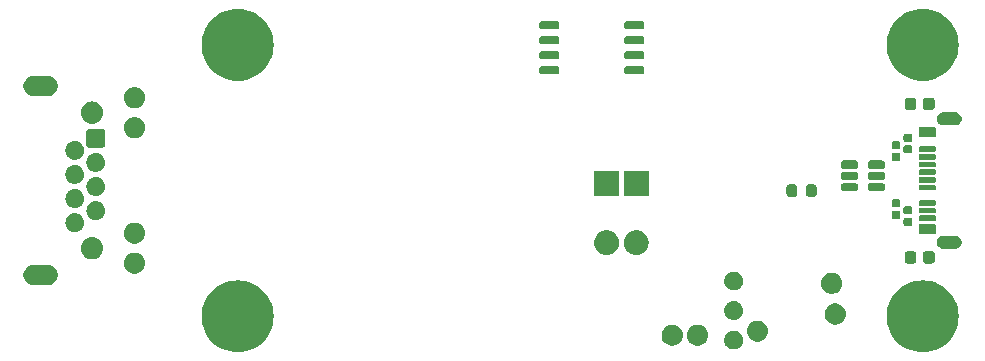
<source format=gbs>
%TF.GenerationSoftware,KiCad,Pcbnew,8.0.7*%
%TF.CreationDate,2024-12-30T22:20:21-08:00*%
%TF.ProjectId,pizero-papoe,70697a65-726f-42d7-9061-706f652e6b69,0.1*%
%TF.SameCoordinates,PX652f520PY4a19ba0*%
%TF.FileFunction,Soldermask,Bot*%
%TF.FilePolarity,Negative*%
%FSLAX46Y46*%
G04 Gerber Fmt 4.6, Leading zero omitted, Abs format (unit mm)*
G04 Created by KiCad (PCBNEW 8.0.7) date 2024-12-30 22:20:21*
%MOMM*%
%LPD*%
G01*
G04 APERTURE LIST*
G04 APERTURE END LIST*
G36*
X3841604Y-23468184D02*
G01*
X4178911Y-23525495D01*
X4507681Y-23620212D01*
X4823779Y-23751144D01*
X5123230Y-23916644D01*
X5402267Y-24114632D01*
X5657383Y-24342617D01*
X5885368Y-24597733D01*
X6083356Y-24876770D01*
X6248856Y-25176221D01*
X6379788Y-25492319D01*
X6474505Y-25821089D01*
X6531816Y-26158396D01*
X6551000Y-26500000D01*
X6531816Y-26841604D01*
X6474505Y-27178911D01*
X6379788Y-27507681D01*
X6248856Y-27823779D01*
X6083356Y-28123230D01*
X5885368Y-28402267D01*
X5657383Y-28657383D01*
X5402267Y-28885368D01*
X5123230Y-29083356D01*
X4823779Y-29248856D01*
X4507681Y-29379788D01*
X4178911Y-29474505D01*
X3841604Y-29531816D01*
X3500000Y-29551000D01*
X3158396Y-29531816D01*
X2821089Y-29474505D01*
X2492319Y-29379788D01*
X2176221Y-29248856D01*
X1876770Y-29083356D01*
X1597733Y-28885368D01*
X1342617Y-28657383D01*
X1114632Y-28402267D01*
X916644Y-28123230D01*
X751144Y-27823779D01*
X620212Y-27507681D01*
X525495Y-27178911D01*
X468184Y-26841604D01*
X449000Y-26500000D01*
X468184Y-26158396D01*
X525495Y-25821089D01*
X620212Y-25492319D01*
X751144Y-25176221D01*
X916644Y-24876770D01*
X1114632Y-24597733D01*
X1342617Y-24342617D01*
X1597733Y-24114632D01*
X1876770Y-23916644D01*
X2176221Y-23751144D01*
X2492319Y-23620212D01*
X2821089Y-23525495D01*
X3158396Y-23468184D01*
X3500000Y-23449000D01*
X3841604Y-23468184D01*
G37*
G36*
X61841604Y-23468184D02*
G01*
X62178911Y-23525495D01*
X62507681Y-23620212D01*
X62823779Y-23751144D01*
X63123230Y-23916644D01*
X63402267Y-24114632D01*
X63657383Y-24342617D01*
X63885368Y-24597733D01*
X64083356Y-24876770D01*
X64248856Y-25176221D01*
X64379788Y-25492319D01*
X64474505Y-25821089D01*
X64531816Y-26158396D01*
X64551000Y-26500000D01*
X64531816Y-26841604D01*
X64474505Y-27178911D01*
X64379788Y-27507681D01*
X64248856Y-27823779D01*
X64083356Y-28123230D01*
X63885368Y-28402267D01*
X63657383Y-28657383D01*
X63402267Y-28885368D01*
X63123230Y-29083356D01*
X62823779Y-29248856D01*
X62507681Y-29379788D01*
X62178911Y-29474505D01*
X61841604Y-29531816D01*
X61500000Y-29551000D01*
X61158396Y-29531816D01*
X60821089Y-29474505D01*
X60492319Y-29379788D01*
X60176221Y-29248856D01*
X59876770Y-29083356D01*
X59597733Y-28885368D01*
X59342617Y-28657383D01*
X59114632Y-28402267D01*
X58916644Y-28123230D01*
X58751144Y-27823779D01*
X58620212Y-27507681D01*
X58525495Y-27178911D01*
X58468184Y-26841604D01*
X58449000Y-26500000D01*
X58468184Y-26158396D01*
X58525495Y-25821089D01*
X58620212Y-25492319D01*
X58751144Y-25176221D01*
X58916644Y-24876770D01*
X59114632Y-24597733D01*
X59342617Y-24342617D01*
X59597733Y-24114632D01*
X59876770Y-23916644D01*
X60176221Y-23751144D01*
X60492319Y-23620212D01*
X60821089Y-23525495D01*
X61158396Y-23468184D01*
X61500000Y-23449000D01*
X61841604Y-23468184D01*
G37*
G36*
X45540817Y-27703599D02*
G01*
X45583705Y-27703599D01*
X45632086Y-27713882D01*
X45678239Y-27719083D01*
X45711799Y-27730826D01*
X45747455Y-27738405D01*
X45798838Y-27761282D01*
X45847541Y-27778324D01*
X45872891Y-27794252D01*
X45900397Y-27806499D01*
X45951683Y-27843761D01*
X45999415Y-27873753D01*
X46016557Y-27890895D01*
X46035830Y-27904898D01*
X46083477Y-27957815D01*
X46126247Y-28000585D01*
X46136084Y-28016240D01*
X46147851Y-28029309D01*
X46188106Y-28099032D01*
X46221676Y-28152459D01*
X46225867Y-28164437D01*
X46231554Y-28174287D01*
X46260683Y-28263935D01*
X46280917Y-28321761D01*
X46281684Y-28328568D01*
X46283289Y-28333508D01*
X46297844Y-28471996D01*
X46301000Y-28500000D01*
X46297844Y-28528006D01*
X46283289Y-28666491D01*
X46281684Y-28671429D01*
X46280917Y-28678239D01*
X46260678Y-28736077D01*
X46231554Y-28825712D01*
X46225868Y-28835559D01*
X46221676Y-28847541D01*
X46188098Y-28900978D01*
X46147851Y-28970690D01*
X46136086Y-28983756D01*
X46126247Y-28999415D01*
X46083468Y-29042193D01*
X46035830Y-29095101D01*
X46016561Y-29109100D01*
X45999415Y-29126247D01*
X45951673Y-29156245D01*
X45900397Y-29193500D01*
X45872896Y-29205743D01*
X45847541Y-29221676D01*
X45798828Y-29238721D01*
X45747455Y-29261594D01*
X45711804Y-29269171D01*
X45678239Y-29280917D01*
X45632083Y-29286117D01*
X45583705Y-29296401D01*
X45540817Y-29296401D01*
X45500000Y-29301000D01*
X45459183Y-29296401D01*
X45416295Y-29296401D01*
X45367915Y-29286117D01*
X45321761Y-29280917D01*
X45288196Y-29269172D01*
X45252544Y-29261594D01*
X45201167Y-29238719D01*
X45152459Y-29221676D01*
X45127105Y-29205745D01*
X45099602Y-29193500D01*
X45048319Y-29156240D01*
X45000585Y-29126247D01*
X44983441Y-29109103D01*
X44964169Y-29095101D01*
X44916521Y-29042183D01*
X44873753Y-28999415D01*
X44863916Y-28983759D01*
X44852148Y-28970690D01*
X44811888Y-28900958D01*
X44778324Y-28847541D01*
X44774133Y-28835564D01*
X44768445Y-28825712D01*
X44739307Y-28736037D01*
X44719083Y-28678239D01*
X44718316Y-28671434D01*
X44716710Y-28666491D01*
X44702140Y-28527874D01*
X44699000Y-28500000D01*
X44702140Y-28472128D01*
X44716710Y-28333508D01*
X44718316Y-28328563D01*
X44719083Y-28321761D01*
X44739302Y-28263975D01*
X44768445Y-28174287D01*
X44774134Y-28164433D01*
X44778324Y-28152459D01*
X44811881Y-28099052D01*
X44852148Y-28029309D01*
X44863918Y-28016236D01*
X44873753Y-28000585D01*
X44916512Y-27957825D01*
X44964169Y-27904898D01*
X44983444Y-27890893D01*
X45000585Y-27873753D01*
X45048314Y-27843762D01*
X45099603Y-27806499D01*
X45127109Y-27794252D01*
X45152459Y-27778324D01*
X45201158Y-27761283D01*
X45252544Y-27738405D01*
X45288202Y-27730825D01*
X45321761Y-27719083D01*
X45367912Y-27713882D01*
X45416295Y-27703599D01*
X45459183Y-27703599D01*
X45500000Y-27699000D01*
X45540817Y-27703599D01*
G37*
G36*
X40578424Y-27243098D02*
G01*
X40750500Y-27319711D01*
X40902887Y-27430427D01*
X41028924Y-27570405D01*
X41123104Y-27733530D01*
X41181311Y-27912672D01*
X41201000Y-28100000D01*
X41181311Y-28287328D01*
X41123104Y-28466470D01*
X41028924Y-28629595D01*
X40902887Y-28769573D01*
X40750500Y-28880289D01*
X40578424Y-28956902D01*
X40394180Y-28996064D01*
X40205820Y-28996064D01*
X40021576Y-28956902D01*
X39849500Y-28880289D01*
X39697113Y-28769573D01*
X39571076Y-28629595D01*
X39476896Y-28466470D01*
X39418689Y-28287328D01*
X39399000Y-28100000D01*
X39418689Y-27912672D01*
X39476896Y-27733530D01*
X39571076Y-27570405D01*
X39697113Y-27430427D01*
X39849500Y-27319711D01*
X40021576Y-27243098D01*
X40205820Y-27203936D01*
X40394180Y-27203936D01*
X40578424Y-27243098D01*
G37*
G36*
X42728424Y-27243098D02*
G01*
X42900500Y-27319711D01*
X43052887Y-27430427D01*
X43178924Y-27570405D01*
X43273104Y-27733530D01*
X43331311Y-27912672D01*
X43351000Y-28100000D01*
X43331311Y-28287328D01*
X43273104Y-28466470D01*
X43178924Y-28629595D01*
X43052887Y-28769573D01*
X42900500Y-28880289D01*
X42728424Y-28956902D01*
X42544180Y-28996064D01*
X42355820Y-28996064D01*
X42171576Y-28956902D01*
X41999500Y-28880289D01*
X41847113Y-28769573D01*
X41721076Y-28629595D01*
X41626896Y-28466470D01*
X41568689Y-28287328D01*
X41549000Y-28100000D01*
X41568689Y-27912672D01*
X41626896Y-27733530D01*
X41721076Y-27570405D01*
X41847113Y-27430427D01*
X41999500Y-27319711D01*
X42171576Y-27243098D01*
X42355820Y-27203936D01*
X42544180Y-27203936D01*
X42728424Y-27243098D01*
G37*
G36*
X47778424Y-26893098D02*
G01*
X47950500Y-26969711D01*
X48102887Y-27080427D01*
X48228924Y-27220405D01*
X48323104Y-27383530D01*
X48381311Y-27562672D01*
X48401000Y-27750000D01*
X48381311Y-27937328D01*
X48323104Y-28116470D01*
X48228924Y-28279595D01*
X48102887Y-28419573D01*
X47950500Y-28530289D01*
X47778424Y-28606902D01*
X47594180Y-28646064D01*
X47405820Y-28646064D01*
X47221576Y-28606902D01*
X47049500Y-28530289D01*
X46897113Y-28419573D01*
X46771076Y-28279595D01*
X46676896Y-28116470D01*
X46618689Y-27937328D01*
X46599000Y-27750000D01*
X46618689Y-27562672D01*
X46676896Y-27383530D01*
X46771076Y-27220405D01*
X46897113Y-27080427D01*
X47049500Y-26969711D01*
X47221576Y-26893098D01*
X47405820Y-26853936D01*
X47594180Y-26853936D01*
X47778424Y-26893098D01*
G37*
G36*
X54378424Y-25443098D02*
G01*
X54550500Y-25519711D01*
X54702887Y-25630427D01*
X54828924Y-25770405D01*
X54923104Y-25933530D01*
X54981311Y-26112672D01*
X55001000Y-26300000D01*
X54981311Y-26487328D01*
X54923104Y-26666470D01*
X54828924Y-26829595D01*
X54702887Y-26969573D01*
X54550500Y-27080289D01*
X54378424Y-27156902D01*
X54194180Y-27196064D01*
X54005820Y-27196064D01*
X53821576Y-27156902D01*
X53649500Y-27080289D01*
X53497113Y-26969573D01*
X53371076Y-26829595D01*
X53276896Y-26666470D01*
X53218689Y-26487328D01*
X53199000Y-26300000D01*
X53218689Y-26112672D01*
X53276896Y-25933530D01*
X53371076Y-25770405D01*
X53497113Y-25630427D01*
X53649500Y-25519711D01*
X53821576Y-25443098D01*
X54005820Y-25403936D01*
X54194180Y-25403936D01*
X54378424Y-25443098D01*
G37*
G36*
X45540817Y-25203599D02*
G01*
X45583705Y-25203599D01*
X45632086Y-25213882D01*
X45678239Y-25219083D01*
X45711799Y-25230826D01*
X45747455Y-25238405D01*
X45798838Y-25261282D01*
X45847541Y-25278324D01*
X45872891Y-25294252D01*
X45900397Y-25306499D01*
X45951683Y-25343761D01*
X45999415Y-25373753D01*
X46016557Y-25390895D01*
X46035830Y-25404898D01*
X46083477Y-25457815D01*
X46126247Y-25500585D01*
X46136084Y-25516240D01*
X46147851Y-25529309D01*
X46188106Y-25599032D01*
X46221676Y-25652459D01*
X46225867Y-25664437D01*
X46231554Y-25674287D01*
X46260683Y-25763935D01*
X46280917Y-25821761D01*
X46281684Y-25828568D01*
X46283289Y-25833508D01*
X46297844Y-25971996D01*
X46301000Y-26000000D01*
X46297844Y-26028006D01*
X46283289Y-26166491D01*
X46281684Y-26171429D01*
X46280917Y-26178239D01*
X46260678Y-26236077D01*
X46231554Y-26325712D01*
X46225868Y-26335559D01*
X46221676Y-26347541D01*
X46188098Y-26400978D01*
X46147851Y-26470690D01*
X46136086Y-26483756D01*
X46126247Y-26499415D01*
X46083468Y-26542193D01*
X46035830Y-26595101D01*
X46016561Y-26609100D01*
X45999415Y-26626247D01*
X45951673Y-26656245D01*
X45900397Y-26693500D01*
X45872896Y-26705743D01*
X45847541Y-26721676D01*
X45798828Y-26738721D01*
X45747455Y-26761594D01*
X45711804Y-26769171D01*
X45678239Y-26780917D01*
X45632083Y-26786117D01*
X45583705Y-26796401D01*
X45540817Y-26796401D01*
X45500000Y-26801000D01*
X45459183Y-26796401D01*
X45416295Y-26796401D01*
X45367915Y-26786117D01*
X45321761Y-26780917D01*
X45288196Y-26769172D01*
X45252544Y-26761594D01*
X45201167Y-26738719D01*
X45152459Y-26721676D01*
X45127105Y-26705745D01*
X45099602Y-26693500D01*
X45048319Y-26656240D01*
X45000585Y-26626247D01*
X44983441Y-26609103D01*
X44964169Y-26595101D01*
X44916521Y-26542183D01*
X44873753Y-26499415D01*
X44863916Y-26483759D01*
X44852148Y-26470690D01*
X44811888Y-26400958D01*
X44778324Y-26347541D01*
X44774133Y-26335564D01*
X44768445Y-26325712D01*
X44739307Y-26236037D01*
X44719083Y-26178239D01*
X44718316Y-26171434D01*
X44716710Y-26166491D01*
X44702140Y-26027874D01*
X44699000Y-26000000D01*
X44702140Y-25972128D01*
X44716710Y-25833508D01*
X44718316Y-25828563D01*
X44719083Y-25821761D01*
X44739302Y-25763975D01*
X44768445Y-25674287D01*
X44774134Y-25664433D01*
X44778324Y-25652459D01*
X44811881Y-25599052D01*
X44852148Y-25529309D01*
X44863918Y-25516236D01*
X44873753Y-25500585D01*
X44916512Y-25457825D01*
X44964169Y-25404898D01*
X44983444Y-25390893D01*
X45000585Y-25373753D01*
X45048314Y-25343762D01*
X45099603Y-25306499D01*
X45127109Y-25294252D01*
X45152459Y-25278324D01*
X45201158Y-25261283D01*
X45252544Y-25238405D01*
X45288202Y-25230825D01*
X45321761Y-25219083D01*
X45367912Y-25213882D01*
X45416295Y-25203599D01*
X45459183Y-25203599D01*
X45500000Y-25199000D01*
X45540817Y-25203599D01*
G37*
G36*
X54078424Y-22843098D02*
G01*
X54250500Y-22919711D01*
X54402887Y-23030427D01*
X54528924Y-23170405D01*
X54623104Y-23333530D01*
X54681311Y-23512672D01*
X54701000Y-23700000D01*
X54681311Y-23887328D01*
X54623104Y-24066470D01*
X54528924Y-24229595D01*
X54402887Y-24369573D01*
X54250500Y-24480289D01*
X54078424Y-24556902D01*
X53894180Y-24596064D01*
X53705820Y-24596064D01*
X53521576Y-24556902D01*
X53349500Y-24480289D01*
X53197113Y-24369573D01*
X53071076Y-24229595D01*
X52976896Y-24066470D01*
X52918689Y-23887328D01*
X52899000Y-23700000D01*
X52918689Y-23512672D01*
X52976896Y-23333530D01*
X53071076Y-23170405D01*
X53197113Y-23030427D01*
X53349500Y-22919711D01*
X53521576Y-22843098D01*
X53705820Y-22803936D01*
X53894180Y-22803936D01*
X54078424Y-22843098D01*
G37*
G36*
X45540817Y-22703599D02*
G01*
X45583705Y-22703599D01*
X45632086Y-22713882D01*
X45678239Y-22719083D01*
X45711799Y-22730826D01*
X45747455Y-22738405D01*
X45798838Y-22761282D01*
X45847541Y-22778324D01*
X45872891Y-22794252D01*
X45900397Y-22806499D01*
X45951683Y-22843761D01*
X45999415Y-22873753D01*
X46016557Y-22890895D01*
X46035830Y-22904898D01*
X46083477Y-22957815D01*
X46126247Y-23000585D01*
X46136084Y-23016240D01*
X46147851Y-23029309D01*
X46188106Y-23099032D01*
X46221676Y-23152459D01*
X46225867Y-23164437D01*
X46231554Y-23174287D01*
X46260683Y-23263935D01*
X46280917Y-23321761D01*
X46281684Y-23328568D01*
X46283289Y-23333508D01*
X46297844Y-23471996D01*
X46301000Y-23500000D01*
X46297844Y-23528006D01*
X46283289Y-23666491D01*
X46281684Y-23671429D01*
X46280917Y-23678239D01*
X46260678Y-23736077D01*
X46231554Y-23825712D01*
X46225868Y-23835559D01*
X46221676Y-23847541D01*
X46188098Y-23900978D01*
X46147851Y-23970690D01*
X46136086Y-23983756D01*
X46126247Y-23999415D01*
X46083468Y-24042193D01*
X46035830Y-24095101D01*
X46016561Y-24109100D01*
X45999415Y-24126247D01*
X45951673Y-24156245D01*
X45900397Y-24193500D01*
X45872896Y-24205743D01*
X45847541Y-24221676D01*
X45798828Y-24238721D01*
X45747455Y-24261594D01*
X45711804Y-24269171D01*
X45678239Y-24280917D01*
X45632083Y-24286117D01*
X45583705Y-24296401D01*
X45540817Y-24296401D01*
X45500000Y-24301000D01*
X45459183Y-24296401D01*
X45416295Y-24296401D01*
X45367915Y-24286117D01*
X45321761Y-24280917D01*
X45288196Y-24269172D01*
X45252544Y-24261594D01*
X45201167Y-24238719D01*
X45152459Y-24221676D01*
X45127105Y-24205745D01*
X45099602Y-24193500D01*
X45048319Y-24156240D01*
X45000585Y-24126247D01*
X44983441Y-24109103D01*
X44964169Y-24095101D01*
X44916521Y-24042183D01*
X44873753Y-23999415D01*
X44863916Y-23983759D01*
X44852148Y-23970690D01*
X44811888Y-23900958D01*
X44778324Y-23847541D01*
X44774133Y-23835564D01*
X44768445Y-23825712D01*
X44739307Y-23736037D01*
X44719083Y-23678239D01*
X44718316Y-23671434D01*
X44716710Y-23666491D01*
X44702140Y-23527874D01*
X44699000Y-23500000D01*
X44702140Y-23472128D01*
X44716710Y-23333508D01*
X44718316Y-23328563D01*
X44719083Y-23321761D01*
X44739302Y-23263975D01*
X44768445Y-23174287D01*
X44774134Y-23164433D01*
X44778324Y-23152459D01*
X44811881Y-23099052D01*
X44852148Y-23029309D01*
X44863918Y-23016236D01*
X44873753Y-23000585D01*
X44916512Y-22957825D01*
X44964169Y-22904898D01*
X44983444Y-22890893D01*
X45000585Y-22873753D01*
X45048314Y-22843762D01*
X45099603Y-22806499D01*
X45127109Y-22794252D01*
X45152459Y-22778324D01*
X45201158Y-22761283D01*
X45252544Y-22738405D01*
X45288202Y-22730825D01*
X45321761Y-22719083D01*
X45367912Y-22713882D01*
X45416295Y-22703599D01*
X45459183Y-22703599D01*
X45500000Y-22699000D01*
X45540817Y-22703599D01*
G37*
G36*
X-12496587Y-22143098D02*
G01*
X-12332968Y-22175644D01*
X-12178841Y-22239485D01*
X-12040131Y-22332168D01*
X-11922168Y-22450131D01*
X-11829485Y-22588841D01*
X-11765644Y-22742968D01*
X-11733098Y-22906587D01*
X-11733098Y-23073413D01*
X-11765644Y-23237032D01*
X-11829485Y-23391159D01*
X-11922168Y-23529869D01*
X-12040131Y-23647832D01*
X-12178841Y-23740515D01*
X-12332968Y-23804356D01*
X-12496587Y-23836902D01*
X-12580000Y-23841000D01*
X-12580953Y-23841000D01*
X-13779047Y-23841000D01*
X-13780000Y-23841000D01*
X-13863413Y-23836902D01*
X-14027032Y-23804356D01*
X-14181159Y-23740515D01*
X-14319869Y-23647832D01*
X-14437832Y-23529869D01*
X-14530515Y-23391159D01*
X-14594356Y-23237032D01*
X-14626902Y-23073413D01*
X-14626902Y-22906587D01*
X-14594356Y-22742968D01*
X-14530515Y-22588841D01*
X-14437832Y-22450131D01*
X-14319869Y-22332168D01*
X-14181159Y-22239485D01*
X-14027032Y-22175644D01*
X-13863413Y-22143098D01*
X-13780000Y-22139000D01*
X-12580000Y-22139000D01*
X-12496587Y-22143098D01*
G37*
G36*
X-4951576Y-21143098D02*
G01*
X-4779500Y-21219711D01*
X-4627113Y-21330427D01*
X-4501076Y-21470405D01*
X-4406896Y-21633530D01*
X-4348689Y-21812672D01*
X-4329000Y-22000000D01*
X-4348689Y-22187328D01*
X-4406896Y-22366470D01*
X-4501076Y-22529595D01*
X-4627113Y-22669573D01*
X-4779500Y-22780289D01*
X-4951576Y-22856902D01*
X-5135820Y-22896064D01*
X-5324180Y-22896064D01*
X-5508424Y-22856902D01*
X-5680500Y-22780289D01*
X-5832887Y-22669573D01*
X-5958924Y-22529595D01*
X-6053104Y-22366470D01*
X-6111311Y-22187328D01*
X-6131000Y-22000000D01*
X-6111311Y-21812672D01*
X-6053104Y-21633530D01*
X-5958924Y-21470405D01*
X-5832887Y-21330427D01*
X-5680500Y-21219711D01*
X-5508424Y-21143098D01*
X-5324180Y-21103936D01*
X-5135820Y-21103936D01*
X-4951576Y-21143098D01*
G37*
G36*
X60704943Y-20974983D02*
G01*
X60770497Y-20983613D01*
X60786987Y-20991302D01*
X60805621Y-20995009D01*
X60830303Y-21011501D01*
X60857966Y-21024401D01*
X60874796Y-21041231D01*
X60895161Y-21054839D01*
X60908768Y-21075203D01*
X60925598Y-21092033D01*
X60938496Y-21119694D01*
X60954991Y-21144379D01*
X60958697Y-21163014D01*
X60966386Y-21179502D01*
X60975014Y-21245043D01*
X60976000Y-21250000D01*
X60976000Y-21750000D01*
X60975013Y-21754958D01*
X60966386Y-21820497D01*
X60958698Y-21836983D01*
X60954991Y-21855621D01*
X60938495Y-21880308D01*
X60925598Y-21907966D01*
X60908770Y-21924793D01*
X60895161Y-21945161D01*
X60874793Y-21958770D01*
X60857966Y-21975598D01*
X60830308Y-21988495D01*
X60805621Y-22004991D01*
X60786983Y-22008698D01*
X60770497Y-22016386D01*
X60704958Y-22025013D01*
X60700000Y-22026000D01*
X60250000Y-22026000D01*
X60245043Y-22025014D01*
X60179502Y-22016386D01*
X60163014Y-22008697D01*
X60144379Y-22004991D01*
X60119694Y-21988496D01*
X60092033Y-21975598D01*
X60075203Y-21958768D01*
X60054839Y-21945161D01*
X60041231Y-21924796D01*
X60024401Y-21907966D01*
X60011501Y-21880303D01*
X59995009Y-21855621D01*
X59991302Y-21836987D01*
X59983613Y-21820497D01*
X59974983Y-21754943D01*
X59974000Y-21750000D01*
X59974000Y-21250000D01*
X59974982Y-21245058D01*
X59983613Y-21179502D01*
X59991302Y-21163011D01*
X59995009Y-21144379D01*
X60011499Y-21119699D01*
X60024401Y-21092033D01*
X60041233Y-21075200D01*
X60054839Y-21054839D01*
X60075200Y-21041233D01*
X60092033Y-21024401D01*
X60119699Y-21011499D01*
X60144379Y-20995009D01*
X60163011Y-20991302D01*
X60179502Y-20983613D01*
X60245058Y-20974982D01*
X60250000Y-20974000D01*
X60700000Y-20974000D01*
X60704943Y-20974983D01*
G37*
G36*
X62254943Y-20974983D02*
G01*
X62320497Y-20983613D01*
X62336987Y-20991302D01*
X62355621Y-20995009D01*
X62380303Y-21011501D01*
X62407966Y-21024401D01*
X62424796Y-21041231D01*
X62445161Y-21054839D01*
X62458768Y-21075203D01*
X62475598Y-21092033D01*
X62488496Y-21119694D01*
X62504991Y-21144379D01*
X62508697Y-21163014D01*
X62516386Y-21179502D01*
X62525014Y-21245043D01*
X62526000Y-21250000D01*
X62526000Y-21750000D01*
X62525013Y-21754958D01*
X62516386Y-21820497D01*
X62508698Y-21836983D01*
X62504991Y-21855621D01*
X62488495Y-21880308D01*
X62475598Y-21907966D01*
X62458770Y-21924793D01*
X62445161Y-21945161D01*
X62424793Y-21958770D01*
X62407966Y-21975598D01*
X62380308Y-21988495D01*
X62355621Y-22004991D01*
X62336983Y-22008698D01*
X62320497Y-22016386D01*
X62254958Y-22025013D01*
X62250000Y-22026000D01*
X61800000Y-22026000D01*
X61795043Y-22025014D01*
X61729502Y-22016386D01*
X61713014Y-22008697D01*
X61694379Y-22004991D01*
X61669694Y-21988496D01*
X61642033Y-21975598D01*
X61625203Y-21958768D01*
X61604839Y-21945161D01*
X61591231Y-21924796D01*
X61574401Y-21907966D01*
X61561501Y-21880303D01*
X61545009Y-21855621D01*
X61541302Y-21836987D01*
X61533613Y-21820497D01*
X61524983Y-21754943D01*
X61524000Y-21750000D01*
X61524000Y-21250000D01*
X61524982Y-21245058D01*
X61533613Y-21179502D01*
X61541302Y-21163011D01*
X61545009Y-21144379D01*
X61561499Y-21119699D01*
X61574401Y-21092033D01*
X61591233Y-21075200D01*
X61604839Y-21054839D01*
X61625200Y-21041233D01*
X61642033Y-21024401D01*
X61669699Y-21011499D01*
X61694379Y-20995009D01*
X61713011Y-20991302D01*
X61729502Y-20983613D01*
X61795058Y-20974982D01*
X61800000Y-20974000D01*
X62250000Y-20974000D01*
X62254943Y-20974983D01*
G37*
G36*
X-8644469Y-19797273D02*
G01*
X-8466068Y-19851391D01*
X-8301653Y-19939272D01*
X-8157541Y-20057541D01*
X-8039272Y-20201653D01*
X-7951391Y-20366068D01*
X-7897273Y-20544469D01*
X-7879000Y-20730000D01*
X-7897273Y-20915531D01*
X-7951391Y-21093932D01*
X-8039272Y-21258347D01*
X-8157541Y-21402459D01*
X-8301653Y-21520728D01*
X-8466068Y-21608609D01*
X-8644469Y-21662727D01*
X-8830000Y-21681000D01*
X-9015531Y-21662727D01*
X-9193932Y-21608609D01*
X-9358347Y-21520728D01*
X-9502459Y-21402459D01*
X-9620728Y-21258347D01*
X-9708609Y-21093932D01*
X-9762727Y-20915531D01*
X-9781000Y-20730000D01*
X-9762727Y-20544469D01*
X-9708609Y-20366068D01*
X-9620728Y-20201653D01*
X-9502459Y-20057541D01*
X-9358347Y-19939272D01*
X-9193932Y-19851391D01*
X-9015531Y-19797273D01*
X-8830000Y-19779000D01*
X-8644469Y-19797273D01*
G37*
G36*
X34797191Y-19203648D02*
G01*
X34846961Y-19203648D01*
X34902390Y-19214009D01*
X34955040Y-19219195D01*
X34995033Y-19231327D01*
X35037574Y-19239279D01*
X35096496Y-19262105D01*
X35152200Y-19279003D01*
X35184026Y-19296014D01*
X35218393Y-19309328D01*
X35278102Y-19346298D01*
X35333904Y-19376125D01*
X35357351Y-19395367D01*
X35383270Y-19411416D01*
X35440701Y-19463772D01*
X35493169Y-19506831D01*
X35508717Y-19525776D01*
X35526575Y-19542056D01*
X35578417Y-19610705D01*
X35623875Y-19666096D01*
X35632664Y-19682540D01*
X35643439Y-19696808D01*
X35686310Y-19782904D01*
X35720997Y-19847800D01*
X35724696Y-19859994D01*
X35729875Y-19870395D01*
X35760455Y-19977877D01*
X35780805Y-20044960D01*
X35781473Y-20051750D01*
X35782941Y-20056907D01*
X35798194Y-20221515D01*
X35801000Y-20250000D01*
X35798194Y-20278486D01*
X35782941Y-20443092D01*
X35781473Y-20448248D01*
X35780805Y-20455040D01*
X35760451Y-20522137D01*
X35729875Y-20629604D01*
X35724696Y-20640002D01*
X35720997Y-20652200D01*
X35686302Y-20717108D01*
X35643439Y-20803191D01*
X35632666Y-20817455D01*
X35623875Y-20833904D01*
X35578407Y-20889305D01*
X35526575Y-20957943D01*
X35508720Y-20974219D01*
X35493169Y-20993169D01*
X35440690Y-21036237D01*
X35383270Y-21088583D01*
X35357356Y-21104628D01*
X35333904Y-21123875D01*
X35278090Y-21153707D01*
X35218393Y-21190671D01*
X35184033Y-21203981D01*
X35152200Y-21220997D01*
X35096484Y-21237898D01*
X35037574Y-21260720D01*
X34995040Y-21268670D01*
X34955040Y-21280805D01*
X34902387Y-21285990D01*
X34846961Y-21296352D01*
X34797191Y-21296352D01*
X34750000Y-21301000D01*
X34702809Y-21296352D01*
X34653039Y-21296352D01*
X34597611Y-21285990D01*
X34544960Y-21280805D01*
X34504960Y-21268671D01*
X34462425Y-21260720D01*
X34403510Y-21237896D01*
X34347800Y-21220997D01*
X34315969Y-21203983D01*
X34281606Y-21190671D01*
X34221902Y-21153703D01*
X34166096Y-21123875D01*
X34142647Y-21104630D01*
X34116729Y-21088583D01*
X34059299Y-21036228D01*
X34006831Y-20993169D01*
X33991282Y-20974223D01*
X33973424Y-20957943D01*
X33921579Y-20889290D01*
X33876125Y-20833904D01*
X33867335Y-20817460D01*
X33856560Y-20803191D01*
X33813682Y-20717081D01*
X33779003Y-20652200D01*
X33775304Y-20640008D01*
X33770124Y-20629604D01*
X33739532Y-20522084D01*
X33719195Y-20455040D01*
X33718526Y-20448253D01*
X33717058Y-20443092D01*
X33701788Y-20278314D01*
X33699000Y-20250000D01*
X33701788Y-20221687D01*
X33717058Y-20056907D01*
X33718526Y-20051744D01*
X33719195Y-20044960D01*
X33739528Y-19977930D01*
X33770124Y-19870395D01*
X33775305Y-19859989D01*
X33779003Y-19847800D01*
X33813675Y-19782932D01*
X33856560Y-19696808D01*
X33867337Y-19682536D01*
X33876125Y-19666096D01*
X33921570Y-19610721D01*
X33973424Y-19542056D01*
X33991285Y-19525772D01*
X34006831Y-19506831D01*
X34059288Y-19463780D01*
X34116729Y-19411416D01*
X34142651Y-19395365D01*
X34166096Y-19376125D01*
X34221890Y-19346302D01*
X34281606Y-19309328D01*
X34315976Y-19296013D01*
X34347800Y-19279003D01*
X34403498Y-19262106D01*
X34462425Y-19239279D01*
X34504967Y-19231326D01*
X34544960Y-19219195D01*
X34597608Y-19214009D01*
X34653039Y-19203648D01*
X34702809Y-19203648D01*
X34750000Y-19199000D01*
X34797191Y-19203648D01*
G37*
G36*
X37297191Y-19203648D02*
G01*
X37346961Y-19203648D01*
X37402390Y-19214009D01*
X37455040Y-19219195D01*
X37495033Y-19231327D01*
X37537574Y-19239279D01*
X37596496Y-19262105D01*
X37652200Y-19279003D01*
X37684026Y-19296014D01*
X37718393Y-19309328D01*
X37778102Y-19346298D01*
X37833904Y-19376125D01*
X37857351Y-19395367D01*
X37883270Y-19411416D01*
X37940701Y-19463772D01*
X37993169Y-19506831D01*
X38008717Y-19525776D01*
X38026575Y-19542056D01*
X38078417Y-19610705D01*
X38123875Y-19666096D01*
X38132664Y-19682540D01*
X38143439Y-19696808D01*
X38186310Y-19782904D01*
X38220997Y-19847800D01*
X38224696Y-19859994D01*
X38229875Y-19870395D01*
X38260455Y-19977877D01*
X38280805Y-20044960D01*
X38281473Y-20051750D01*
X38282941Y-20056907D01*
X38298194Y-20221515D01*
X38301000Y-20250000D01*
X38298194Y-20278486D01*
X38282941Y-20443092D01*
X38281473Y-20448248D01*
X38280805Y-20455040D01*
X38260451Y-20522137D01*
X38229875Y-20629604D01*
X38224696Y-20640002D01*
X38220997Y-20652200D01*
X38186302Y-20717108D01*
X38143439Y-20803191D01*
X38132666Y-20817455D01*
X38123875Y-20833904D01*
X38078407Y-20889305D01*
X38026575Y-20957943D01*
X38008720Y-20974219D01*
X37993169Y-20993169D01*
X37940690Y-21036237D01*
X37883270Y-21088583D01*
X37857356Y-21104628D01*
X37833904Y-21123875D01*
X37778090Y-21153707D01*
X37718393Y-21190671D01*
X37684033Y-21203981D01*
X37652200Y-21220997D01*
X37596484Y-21237898D01*
X37537574Y-21260720D01*
X37495040Y-21268670D01*
X37455040Y-21280805D01*
X37402387Y-21285990D01*
X37346961Y-21296352D01*
X37297191Y-21296352D01*
X37250000Y-21301000D01*
X37202809Y-21296352D01*
X37153039Y-21296352D01*
X37097611Y-21285990D01*
X37044960Y-21280805D01*
X37004960Y-21268671D01*
X36962425Y-21260720D01*
X36903510Y-21237896D01*
X36847800Y-21220997D01*
X36815969Y-21203983D01*
X36781606Y-21190671D01*
X36721902Y-21153703D01*
X36666096Y-21123875D01*
X36642647Y-21104630D01*
X36616729Y-21088583D01*
X36559299Y-21036228D01*
X36506831Y-20993169D01*
X36491282Y-20974223D01*
X36473424Y-20957943D01*
X36421579Y-20889290D01*
X36376125Y-20833904D01*
X36367335Y-20817460D01*
X36356560Y-20803191D01*
X36313682Y-20717081D01*
X36279003Y-20652200D01*
X36275304Y-20640008D01*
X36270124Y-20629604D01*
X36239532Y-20522084D01*
X36219195Y-20455040D01*
X36218526Y-20448253D01*
X36217058Y-20443092D01*
X36201788Y-20278314D01*
X36199000Y-20250000D01*
X36201788Y-20221687D01*
X36217058Y-20056907D01*
X36218526Y-20051744D01*
X36219195Y-20044960D01*
X36239528Y-19977930D01*
X36270124Y-19870395D01*
X36275305Y-19859989D01*
X36279003Y-19847800D01*
X36313675Y-19782932D01*
X36356560Y-19696808D01*
X36367337Y-19682536D01*
X36376125Y-19666096D01*
X36421570Y-19610721D01*
X36473424Y-19542056D01*
X36491285Y-19525772D01*
X36506831Y-19506831D01*
X36559288Y-19463780D01*
X36616729Y-19411416D01*
X36642651Y-19395365D01*
X36666096Y-19376125D01*
X36721890Y-19346302D01*
X36781606Y-19309328D01*
X36815976Y-19296013D01*
X36847800Y-19279003D01*
X36903498Y-19262106D01*
X36962425Y-19239279D01*
X37004967Y-19231326D01*
X37044960Y-19219195D01*
X37097608Y-19214009D01*
X37153039Y-19203648D01*
X37202809Y-19203648D01*
X37250000Y-19199000D01*
X37297191Y-19203648D01*
G37*
G36*
X64336920Y-19678714D02*
G01*
X64475859Y-19715942D01*
X64600428Y-19787862D01*
X64702138Y-19889572D01*
X64774058Y-20014141D01*
X64811286Y-20153080D01*
X64811286Y-20296920D01*
X64774058Y-20435859D01*
X64702138Y-20560428D01*
X64600428Y-20662138D01*
X64475859Y-20734058D01*
X64336920Y-20771286D01*
X64265000Y-20776000D01*
X64263733Y-20776000D01*
X63236267Y-20776000D01*
X63235000Y-20776000D01*
X63163080Y-20771286D01*
X63024141Y-20734058D01*
X62899572Y-20662138D01*
X62797862Y-20560428D01*
X62725942Y-20435859D01*
X62688714Y-20296920D01*
X62688714Y-20153080D01*
X62725942Y-20014141D01*
X62797862Y-19889572D01*
X62899572Y-19787862D01*
X63024141Y-19715942D01*
X63163080Y-19678714D01*
X63235000Y-19674000D01*
X64265000Y-19674000D01*
X64336920Y-19678714D01*
G37*
G36*
X-4951576Y-18603098D02*
G01*
X-4779500Y-18679711D01*
X-4627113Y-18790427D01*
X-4501076Y-18930405D01*
X-4406896Y-19093530D01*
X-4348689Y-19272672D01*
X-4329000Y-19460000D01*
X-4348689Y-19647328D01*
X-4406896Y-19826470D01*
X-4501076Y-19989595D01*
X-4627113Y-20129573D01*
X-4779500Y-20240289D01*
X-4951576Y-20316902D01*
X-5135820Y-20356064D01*
X-5324180Y-20356064D01*
X-5508424Y-20316902D01*
X-5680500Y-20240289D01*
X-5832887Y-20129573D01*
X-5958924Y-19989595D01*
X-6053104Y-19826470D01*
X-6111311Y-19647328D01*
X-6131000Y-19460000D01*
X-6111311Y-19272672D01*
X-6053104Y-19093530D01*
X-5958924Y-18930405D01*
X-5832887Y-18790427D01*
X-5680500Y-18679711D01*
X-5508424Y-18603098D01*
X-5324180Y-18563936D01*
X-5135820Y-18563936D01*
X-4951576Y-18603098D01*
G37*
G36*
X62520872Y-18660114D02*
G01*
X62568238Y-18691762D01*
X62599886Y-18739128D01*
X62611000Y-18795000D01*
X62611000Y-19405000D01*
X62599886Y-19460872D01*
X62568238Y-19508238D01*
X62520872Y-19539886D01*
X62465000Y-19551000D01*
X61315000Y-19551000D01*
X61259128Y-19539886D01*
X61211762Y-19508238D01*
X61180114Y-19460872D01*
X61169000Y-19405000D01*
X61169000Y-18795000D01*
X61180114Y-18739128D01*
X61211762Y-18691762D01*
X61259128Y-18660114D01*
X61315000Y-18649000D01*
X62465000Y-18649000D01*
X62520872Y-18660114D01*
G37*
G36*
X-10239183Y-17763599D02*
G01*
X-10196295Y-17763599D01*
X-10147914Y-17773882D01*
X-10101761Y-17779083D01*
X-10068201Y-17790826D01*
X-10032545Y-17798405D01*
X-9981162Y-17821282D01*
X-9932459Y-17838324D01*
X-9907109Y-17854252D01*
X-9879603Y-17866499D01*
X-9828317Y-17903761D01*
X-9780585Y-17933753D01*
X-9763443Y-17950895D01*
X-9744170Y-17964898D01*
X-9696523Y-18017815D01*
X-9653753Y-18060585D01*
X-9643916Y-18076240D01*
X-9632149Y-18089309D01*
X-9591894Y-18159032D01*
X-9558324Y-18212459D01*
X-9554133Y-18224437D01*
X-9548446Y-18234287D01*
X-9519317Y-18323935D01*
X-9499083Y-18381761D01*
X-9498316Y-18388568D01*
X-9496711Y-18393508D01*
X-9482156Y-18531996D01*
X-9479000Y-18560000D01*
X-9482156Y-18588006D01*
X-9496711Y-18726491D01*
X-9498316Y-18731429D01*
X-9499083Y-18738239D01*
X-9519322Y-18796077D01*
X-9548446Y-18885712D01*
X-9554132Y-18895559D01*
X-9558324Y-18907541D01*
X-9591902Y-18960978D01*
X-9632149Y-19030690D01*
X-9643914Y-19043756D01*
X-9653753Y-19059415D01*
X-9696532Y-19102193D01*
X-9744170Y-19155101D01*
X-9763439Y-19169100D01*
X-9780585Y-19186247D01*
X-9828327Y-19216245D01*
X-9879603Y-19253500D01*
X-9907104Y-19265743D01*
X-9932459Y-19281676D01*
X-9981172Y-19298721D01*
X-10032545Y-19321594D01*
X-10068196Y-19329171D01*
X-10101761Y-19340917D01*
X-10147917Y-19346117D01*
X-10196295Y-19356401D01*
X-10239183Y-19356401D01*
X-10280000Y-19361000D01*
X-10320817Y-19356401D01*
X-10363705Y-19356401D01*
X-10412085Y-19346117D01*
X-10458239Y-19340917D01*
X-10491804Y-19329172D01*
X-10527456Y-19321594D01*
X-10578833Y-19298719D01*
X-10627541Y-19281676D01*
X-10652895Y-19265745D01*
X-10680398Y-19253500D01*
X-10731681Y-19216240D01*
X-10779415Y-19186247D01*
X-10796559Y-19169103D01*
X-10815831Y-19155101D01*
X-10863479Y-19102183D01*
X-10906247Y-19059415D01*
X-10916084Y-19043759D01*
X-10927852Y-19030690D01*
X-10968112Y-18960958D01*
X-11001676Y-18907541D01*
X-11005867Y-18895564D01*
X-11011555Y-18885712D01*
X-11040693Y-18796037D01*
X-11060917Y-18738239D01*
X-11061684Y-18731434D01*
X-11063290Y-18726491D01*
X-11077860Y-18587874D01*
X-11081000Y-18560000D01*
X-11077860Y-18532128D01*
X-11063290Y-18393508D01*
X-11061684Y-18388563D01*
X-11060917Y-18381761D01*
X-11040698Y-18323975D01*
X-11011555Y-18234287D01*
X-11005866Y-18224433D01*
X-11001676Y-18212459D01*
X-10968119Y-18159052D01*
X-10927852Y-18089309D01*
X-10916082Y-18076236D01*
X-10906247Y-18060585D01*
X-10863488Y-18017825D01*
X-10815831Y-17964898D01*
X-10796556Y-17950893D01*
X-10779415Y-17933753D01*
X-10731686Y-17903762D01*
X-10680397Y-17866499D01*
X-10652891Y-17854252D01*
X-10627541Y-17838324D01*
X-10578842Y-17821283D01*
X-10527456Y-17798405D01*
X-10491798Y-17790825D01*
X-10458239Y-17779083D01*
X-10412088Y-17773882D01*
X-10363705Y-17763599D01*
X-10320817Y-17763599D01*
X-10280000Y-17759000D01*
X-10239183Y-17763599D01*
G37*
G36*
X60498463Y-18154110D02*
G01*
X60562861Y-18197139D01*
X60605890Y-18261537D01*
X60621000Y-18337500D01*
X60621000Y-18632500D01*
X60605890Y-18708463D01*
X60562861Y-18772861D01*
X60498463Y-18815890D01*
X60422500Y-18831000D01*
X60077500Y-18831000D01*
X60001537Y-18815890D01*
X59937139Y-18772861D01*
X59894110Y-18708463D01*
X59879000Y-18632500D01*
X59879000Y-18337500D01*
X59894110Y-18261537D01*
X59937139Y-18197139D01*
X60001537Y-18154110D01*
X60077500Y-18139000D01*
X60422500Y-18139000D01*
X60498463Y-18154110D01*
G37*
G36*
X62520872Y-17960114D02*
G01*
X62568238Y-17991762D01*
X62599886Y-18039128D01*
X62611000Y-18095000D01*
X62611000Y-18285000D01*
X62599886Y-18340872D01*
X62568238Y-18388238D01*
X62520872Y-18419886D01*
X62465000Y-18431000D01*
X61315000Y-18431000D01*
X61259128Y-18419886D01*
X61211762Y-18388238D01*
X61180114Y-18340872D01*
X61169000Y-18285000D01*
X61169000Y-18095000D01*
X61180114Y-18039128D01*
X61211762Y-17991762D01*
X61259128Y-17960114D01*
X61315000Y-17949000D01*
X62465000Y-17949000D01*
X62520872Y-17960114D01*
G37*
G36*
X-8459183Y-16743599D02*
G01*
X-8416295Y-16743599D01*
X-8367914Y-16753882D01*
X-8321761Y-16759083D01*
X-8288201Y-16770826D01*
X-8252545Y-16778405D01*
X-8201162Y-16801282D01*
X-8152459Y-16818324D01*
X-8127109Y-16834252D01*
X-8099603Y-16846499D01*
X-8048317Y-16883761D01*
X-8000585Y-16913753D01*
X-7983443Y-16930895D01*
X-7964170Y-16944898D01*
X-7916523Y-16997815D01*
X-7873753Y-17040585D01*
X-7863916Y-17056240D01*
X-7852149Y-17069309D01*
X-7811894Y-17139032D01*
X-7778324Y-17192459D01*
X-7774133Y-17204437D01*
X-7768446Y-17214287D01*
X-7739317Y-17303935D01*
X-7719083Y-17361761D01*
X-7718316Y-17368568D01*
X-7716711Y-17373508D01*
X-7702156Y-17511996D01*
X-7699000Y-17540000D01*
X-7702156Y-17568006D01*
X-7716711Y-17706491D01*
X-7718316Y-17711429D01*
X-7719083Y-17718239D01*
X-7739322Y-17776077D01*
X-7768446Y-17865712D01*
X-7774132Y-17875559D01*
X-7778324Y-17887541D01*
X-7811902Y-17940978D01*
X-7852149Y-18010690D01*
X-7863914Y-18023756D01*
X-7873753Y-18039415D01*
X-7916532Y-18082193D01*
X-7964170Y-18135101D01*
X-7983439Y-18149100D01*
X-8000585Y-18166247D01*
X-8048327Y-18196245D01*
X-8099603Y-18233500D01*
X-8127104Y-18245743D01*
X-8152459Y-18261676D01*
X-8201172Y-18278721D01*
X-8252545Y-18301594D01*
X-8288196Y-18309171D01*
X-8321761Y-18320917D01*
X-8367917Y-18326117D01*
X-8416295Y-18336401D01*
X-8459183Y-18336401D01*
X-8500000Y-18341000D01*
X-8540817Y-18336401D01*
X-8583705Y-18336401D01*
X-8632085Y-18326117D01*
X-8678239Y-18320917D01*
X-8711804Y-18309172D01*
X-8747456Y-18301594D01*
X-8798833Y-18278719D01*
X-8847541Y-18261676D01*
X-8872895Y-18245745D01*
X-8900398Y-18233500D01*
X-8951681Y-18196240D01*
X-8999415Y-18166247D01*
X-9016559Y-18149103D01*
X-9035831Y-18135101D01*
X-9083479Y-18082183D01*
X-9126247Y-18039415D01*
X-9136084Y-18023759D01*
X-9147852Y-18010690D01*
X-9188112Y-17940958D01*
X-9221676Y-17887541D01*
X-9225867Y-17875564D01*
X-9231555Y-17865712D01*
X-9260693Y-17776037D01*
X-9280917Y-17718239D01*
X-9281684Y-17711434D01*
X-9283290Y-17706491D01*
X-9297860Y-17567874D01*
X-9301000Y-17540000D01*
X-9297860Y-17512128D01*
X-9283290Y-17373508D01*
X-9281684Y-17368563D01*
X-9280917Y-17361761D01*
X-9260698Y-17303975D01*
X-9231555Y-17214287D01*
X-9225866Y-17204433D01*
X-9221676Y-17192459D01*
X-9188119Y-17139052D01*
X-9147852Y-17069309D01*
X-9136082Y-17056236D01*
X-9126247Y-17040585D01*
X-9083488Y-16997825D01*
X-9035831Y-16944898D01*
X-9016556Y-16930893D01*
X-8999415Y-16913753D01*
X-8951686Y-16883762D01*
X-8900397Y-16846499D01*
X-8872891Y-16834252D01*
X-8847541Y-16818324D01*
X-8798842Y-16801283D01*
X-8747456Y-16778405D01*
X-8711798Y-16770825D01*
X-8678239Y-16759083D01*
X-8632088Y-16753882D01*
X-8583705Y-16743599D01*
X-8540817Y-16743599D01*
X-8500000Y-16739000D01*
X-8459183Y-16743599D01*
G37*
G36*
X59498463Y-17554110D02*
G01*
X59562861Y-17597139D01*
X59605890Y-17661537D01*
X59621000Y-17737500D01*
X59621000Y-18032500D01*
X59605890Y-18108463D01*
X59562861Y-18172861D01*
X59498463Y-18215890D01*
X59422500Y-18231000D01*
X59077500Y-18231000D01*
X59001537Y-18215890D01*
X58937139Y-18172861D01*
X58894110Y-18108463D01*
X58879000Y-18032500D01*
X58879000Y-17737500D01*
X58894110Y-17661537D01*
X58937139Y-17597139D01*
X59001537Y-17554110D01*
X59077500Y-17539000D01*
X59422500Y-17539000D01*
X59498463Y-17554110D01*
G37*
G36*
X60498463Y-17184110D02*
G01*
X60562861Y-17227139D01*
X60605890Y-17291537D01*
X60621000Y-17367500D01*
X60621000Y-17662500D01*
X60605890Y-17738463D01*
X60562861Y-17802861D01*
X60498463Y-17845890D01*
X60422500Y-17861000D01*
X60077500Y-17861000D01*
X60001537Y-17845890D01*
X59937139Y-17802861D01*
X59894110Y-17738463D01*
X59879000Y-17662500D01*
X59879000Y-17367500D01*
X59894110Y-17291537D01*
X59937139Y-17227139D01*
X60001537Y-17184110D01*
X60077500Y-17169000D01*
X60422500Y-17169000D01*
X60498463Y-17184110D01*
G37*
G36*
X62520872Y-17310114D02*
G01*
X62568238Y-17341762D01*
X62599886Y-17389128D01*
X62611000Y-17445000D01*
X62611000Y-17635000D01*
X62599886Y-17690872D01*
X62568238Y-17738238D01*
X62520872Y-17769886D01*
X62465000Y-17781000D01*
X61315000Y-17781000D01*
X61259128Y-17769886D01*
X61211762Y-17738238D01*
X61180114Y-17690872D01*
X61169000Y-17635000D01*
X61169000Y-17445000D01*
X61180114Y-17389128D01*
X61211762Y-17341762D01*
X61259128Y-17310114D01*
X61315000Y-17299000D01*
X62465000Y-17299000D01*
X62520872Y-17310114D01*
G37*
G36*
X-10239183Y-15723599D02*
G01*
X-10196295Y-15723599D01*
X-10147914Y-15733882D01*
X-10101761Y-15739083D01*
X-10068201Y-15750826D01*
X-10032545Y-15758405D01*
X-9981162Y-15781282D01*
X-9932459Y-15798324D01*
X-9907109Y-15814252D01*
X-9879603Y-15826499D01*
X-9828317Y-15863761D01*
X-9780585Y-15893753D01*
X-9763443Y-15910895D01*
X-9744170Y-15924898D01*
X-9696523Y-15977815D01*
X-9653753Y-16020585D01*
X-9643916Y-16036240D01*
X-9632149Y-16049309D01*
X-9591894Y-16119032D01*
X-9558324Y-16172459D01*
X-9554133Y-16184437D01*
X-9548446Y-16194287D01*
X-9519317Y-16283935D01*
X-9499083Y-16341761D01*
X-9498316Y-16348568D01*
X-9496711Y-16353508D01*
X-9482156Y-16491996D01*
X-9479000Y-16520000D01*
X-9482156Y-16548006D01*
X-9496711Y-16686491D01*
X-9498316Y-16691429D01*
X-9499083Y-16698239D01*
X-9519322Y-16756077D01*
X-9548446Y-16845712D01*
X-9554132Y-16855559D01*
X-9558324Y-16867541D01*
X-9591902Y-16920978D01*
X-9632149Y-16990690D01*
X-9643914Y-17003756D01*
X-9653753Y-17019415D01*
X-9696532Y-17062193D01*
X-9744170Y-17115101D01*
X-9763439Y-17129100D01*
X-9780585Y-17146247D01*
X-9828327Y-17176245D01*
X-9879603Y-17213500D01*
X-9907104Y-17225743D01*
X-9932459Y-17241676D01*
X-9981172Y-17258721D01*
X-10032545Y-17281594D01*
X-10068196Y-17289171D01*
X-10101761Y-17300917D01*
X-10147917Y-17306117D01*
X-10196295Y-17316401D01*
X-10239183Y-17316401D01*
X-10280000Y-17321000D01*
X-10320817Y-17316401D01*
X-10363705Y-17316401D01*
X-10412085Y-17306117D01*
X-10458239Y-17300917D01*
X-10491804Y-17289172D01*
X-10527456Y-17281594D01*
X-10578833Y-17258719D01*
X-10627541Y-17241676D01*
X-10652895Y-17225745D01*
X-10680398Y-17213500D01*
X-10731681Y-17176240D01*
X-10779415Y-17146247D01*
X-10796559Y-17129103D01*
X-10815831Y-17115101D01*
X-10863479Y-17062183D01*
X-10906247Y-17019415D01*
X-10916084Y-17003759D01*
X-10927852Y-16990690D01*
X-10968112Y-16920958D01*
X-11001676Y-16867541D01*
X-11005867Y-16855564D01*
X-11011555Y-16845712D01*
X-11040693Y-16756037D01*
X-11060917Y-16698239D01*
X-11061684Y-16691434D01*
X-11063290Y-16686491D01*
X-11077860Y-16547874D01*
X-11081000Y-16520000D01*
X-11077860Y-16492128D01*
X-11063290Y-16353508D01*
X-11061684Y-16348563D01*
X-11060917Y-16341761D01*
X-11040698Y-16283975D01*
X-11011555Y-16194287D01*
X-11005866Y-16184433D01*
X-11001676Y-16172459D01*
X-10968119Y-16119052D01*
X-10927852Y-16049309D01*
X-10916082Y-16036236D01*
X-10906247Y-16020585D01*
X-10863488Y-15977825D01*
X-10815831Y-15924898D01*
X-10796556Y-15910893D01*
X-10779415Y-15893753D01*
X-10731686Y-15863762D01*
X-10680397Y-15826499D01*
X-10652891Y-15814252D01*
X-10627541Y-15798324D01*
X-10578842Y-15781283D01*
X-10527456Y-15758405D01*
X-10491798Y-15750825D01*
X-10458239Y-15739083D01*
X-10412088Y-15733882D01*
X-10363705Y-15723599D01*
X-10320817Y-15723599D01*
X-10280000Y-15719000D01*
X-10239183Y-15723599D01*
G37*
G36*
X59498463Y-16584110D02*
G01*
X59562861Y-16627139D01*
X59605890Y-16691537D01*
X59621000Y-16767500D01*
X59621000Y-17062500D01*
X59605890Y-17138463D01*
X59562861Y-17202861D01*
X59498463Y-17245890D01*
X59422500Y-17261000D01*
X59077500Y-17261000D01*
X59001537Y-17245890D01*
X58937139Y-17202861D01*
X58894110Y-17138463D01*
X58879000Y-17062500D01*
X58879000Y-16767500D01*
X58894110Y-16691537D01*
X58937139Y-16627139D01*
X59001537Y-16584110D01*
X59077500Y-16569000D01*
X59422500Y-16569000D01*
X59498463Y-16584110D01*
G37*
G36*
X62520872Y-16660114D02*
G01*
X62568238Y-16691762D01*
X62599886Y-16739128D01*
X62611000Y-16795000D01*
X62611000Y-16985000D01*
X62599886Y-17040872D01*
X62568238Y-17088238D01*
X62520872Y-17119886D01*
X62465000Y-17131000D01*
X61315000Y-17131000D01*
X61259128Y-17119886D01*
X61211762Y-17088238D01*
X61180114Y-17040872D01*
X61169000Y-16985000D01*
X61169000Y-16795000D01*
X61180114Y-16739128D01*
X61211762Y-16691762D01*
X61259128Y-16660114D01*
X61315000Y-16649000D01*
X62465000Y-16649000D01*
X62520872Y-16660114D01*
G37*
G36*
X50628109Y-15324618D02*
G01*
X50681056Y-15330761D01*
X50699145Y-15338748D01*
X50721054Y-15343106D01*
X50744507Y-15358777D01*
X50766471Y-15368475D01*
X50781472Y-15383476D01*
X50802484Y-15397516D01*
X50816523Y-15418527D01*
X50831524Y-15433528D01*
X50841221Y-15455490D01*
X50856894Y-15478946D01*
X50861252Y-15500855D01*
X50869237Y-15518940D01*
X50875376Y-15571867D01*
X50876000Y-15575000D01*
X50876000Y-16125000D01*
X50875379Y-16128121D01*
X50869238Y-16181056D01*
X50861252Y-16199141D01*
X50856894Y-16221054D01*
X50841219Y-16244512D01*
X50831524Y-16266471D01*
X50816525Y-16281469D01*
X50802484Y-16302484D01*
X50781469Y-16316525D01*
X50766471Y-16331524D01*
X50744511Y-16341219D01*
X50721054Y-16356894D01*
X50699142Y-16361252D01*
X50681059Y-16369237D01*
X50628133Y-16375376D01*
X50625000Y-16376000D01*
X50225000Y-16376000D01*
X50221879Y-16375379D01*
X50168943Y-16369238D01*
X50150856Y-16361252D01*
X50128946Y-16356894D01*
X50105489Y-16341220D01*
X50083528Y-16331524D01*
X50068527Y-16316523D01*
X50047516Y-16302484D01*
X50033476Y-16281472D01*
X50018475Y-16266471D01*
X50008777Y-16244507D01*
X49993106Y-16221054D01*
X49988748Y-16199146D01*
X49980762Y-16181059D01*
X49974620Y-16128121D01*
X49974000Y-16125000D01*
X49974000Y-15575000D01*
X49974618Y-15571891D01*
X49980761Y-15518943D01*
X49988748Y-15500852D01*
X49993106Y-15478946D01*
X50008776Y-15455494D01*
X50018475Y-15433528D01*
X50033478Y-15418524D01*
X50047516Y-15397516D01*
X50068524Y-15383478D01*
X50083528Y-15368475D01*
X50105494Y-15358775D01*
X50128946Y-15343106D01*
X50150851Y-15338748D01*
X50168940Y-15330762D01*
X50221879Y-15324620D01*
X50225000Y-15324000D01*
X50625000Y-15324000D01*
X50628109Y-15324618D01*
G37*
G36*
X52278109Y-15324618D02*
G01*
X52331056Y-15330761D01*
X52349145Y-15338748D01*
X52371054Y-15343106D01*
X52394507Y-15358777D01*
X52416471Y-15368475D01*
X52431472Y-15383476D01*
X52452484Y-15397516D01*
X52466523Y-15418527D01*
X52481524Y-15433528D01*
X52491221Y-15455490D01*
X52506894Y-15478946D01*
X52511252Y-15500855D01*
X52519237Y-15518940D01*
X52525376Y-15571867D01*
X52526000Y-15575000D01*
X52526000Y-16125000D01*
X52525379Y-16128121D01*
X52519238Y-16181056D01*
X52511252Y-16199141D01*
X52506894Y-16221054D01*
X52491219Y-16244512D01*
X52481524Y-16266471D01*
X52466525Y-16281469D01*
X52452484Y-16302484D01*
X52431469Y-16316525D01*
X52416471Y-16331524D01*
X52394511Y-16341219D01*
X52371054Y-16356894D01*
X52349142Y-16361252D01*
X52331059Y-16369237D01*
X52278133Y-16375376D01*
X52275000Y-16376000D01*
X51875000Y-16376000D01*
X51871879Y-16375379D01*
X51818943Y-16369238D01*
X51800856Y-16361252D01*
X51778946Y-16356894D01*
X51755489Y-16341220D01*
X51733528Y-16331524D01*
X51718527Y-16316523D01*
X51697516Y-16302484D01*
X51683476Y-16281472D01*
X51668475Y-16266471D01*
X51658777Y-16244507D01*
X51643106Y-16221054D01*
X51638748Y-16199146D01*
X51630762Y-16181059D01*
X51624620Y-16128121D01*
X51624000Y-16125000D01*
X51624000Y-15575000D01*
X51624618Y-15571891D01*
X51630761Y-15518943D01*
X51638748Y-15500852D01*
X51643106Y-15478946D01*
X51658776Y-15455494D01*
X51668475Y-15433528D01*
X51683478Y-15418524D01*
X51697516Y-15397516D01*
X51718524Y-15383478D01*
X51733528Y-15368475D01*
X51755494Y-15358775D01*
X51778946Y-15343106D01*
X51800851Y-15338748D01*
X51818940Y-15330762D01*
X51871879Y-15324620D01*
X51875000Y-15324000D01*
X52275000Y-15324000D01*
X52278109Y-15324618D01*
G37*
G36*
X-8459183Y-14703599D02*
G01*
X-8416295Y-14703599D01*
X-8367914Y-14713882D01*
X-8321761Y-14719083D01*
X-8288201Y-14730826D01*
X-8252545Y-14738405D01*
X-8201162Y-14761282D01*
X-8152459Y-14778324D01*
X-8127109Y-14794252D01*
X-8099603Y-14806499D01*
X-8048317Y-14843761D01*
X-8000585Y-14873753D01*
X-7983443Y-14890895D01*
X-7964170Y-14904898D01*
X-7916523Y-14957815D01*
X-7873753Y-15000585D01*
X-7863916Y-15016240D01*
X-7852149Y-15029309D01*
X-7811894Y-15099032D01*
X-7778324Y-15152459D01*
X-7774133Y-15164437D01*
X-7768446Y-15174287D01*
X-7739317Y-15263935D01*
X-7719083Y-15321761D01*
X-7718316Y-15328568D01*
X-7716711Y-15333508D01*
X-7702156Y-15471996D01*
X-7699000Y-15500000D01*
X-7702156Y-15528006D01*
X-7716711Y-15666491D01*
X-7718316Y-15671429D01*
X-7719083Y-15678239D01*
X-7739322Y-15736077D01*
X-7768446Y-15825712D01*
X-7774132Y-15835559D01*
X-7778324Y-15847541D01*
X-7811902Y-15900978D01*
X-7852149Y-15970690D01*
X-7863914Y-15983756D01*
X-7873753Y-15999415D01*
X-7916532Y-16042193D01*
X-7964170Y-16095101D01*
X-7983439Y-16109100D01*
X-8000585Y-16126247D01*
X-8048327Y-16156245D01*
X-8099603Y-16193500D01*
X-8127104Y-16205743D01*
X-8152459Y-16221676D01*
X-8201172Y-16238721D01*
X-8252545Y-16261594D01*
X-8288196Y-16269171D01*
X-8321761Y-16280917D01*
X-8367917Y-16286117D01*
X-8416295Y-16296401D01*
X-8459183Y-16296401D01*
X-8500000Y-16301000D01*
X-8540817Y-16296401D01*
X-8583705Y-16296401D01*
X-8632085Y-16286117D01*
X-8678239Y-16280917D01*
X-8711804Y-16269172D01*
X-8747456Y-16261594D01*
X-8798833Y-16238719D01*
X-8847541Y-16221676D01*
X-8872895Y-16205745D01*
X-8900398Y-16193500D01*
X-8951681Y-16156240D01*
X-8999415Y-16126247D01*
X-9016559Y-16109103D01*
X-9035831Y-16095101D01*
X-9083479Y-16042183D01*
X-9126247Y-15999415D01*
X-9136084Y-15983759D01*
X-9147852Y-15970690D01*
X-9188112Y-15900958D01*
X-9221676Y-15847541D01*
X-9225867Y-15835564D01*
X-9231555Y-15825712D01*
X-9260693Y-15736037D01*
X-9280917Y-15678239D01*
X-9281684Y-15671434D01*
X-9283290Y-15666491D01*
X-9297860Y-15527874D01*
X-9301000Y-15500000D01*
X-9297860Y-15472128D01*
X-9283290Y-15333508D01*
X-9281684Y-15328563D01*
X-9280917Y-15321761D01*
X-9260698Y-15263975D01*
X-9231555Y-15174287D01*
X-9225866Y-15164433D01*
X-9221676Y-15152459D01*
X-9188119Y-15099052D01*
X-9147852Y-15029309D01*
X-9136082Y-15016236D01*
X-9126247Y-15000585D01*
X-9083488Y-14957825D01*
X-9035831Y-14904898D01*
X-9016556Y-14890893D01*
X-8999415Y-14873753D01*
X-8951686Y-14843762D01*
X-8900397Y-14806499D01*
X-8872891Y-14794252D01*
X-8847541Y-14778324D01*
X-8798842Y-14761283D01*
X-8747456Y-14738405D01*
X-8711798Y-14730825D01*
X-8678239Y-14719083D01*
X-8632088Y-14713882D01*
X-8583705Y-14703599D01*
X-8540817Y-14703599D01*
X-8500000Y-14699000D01*
X-8459183Y-14703599D01*
G37*
G36*
X35769517Y-14202882D02*
G01*
X35786062Y-14213938D01*
X35797118Y-14230483D01*
X35801000Y-14250000D01*
X35801000Y-16250000D01*
X35797118Y-16269517D01*
X35786062Y-16286062D01*
X35769517Y-16297118D01*
X35750000Y-16301000D01*
X33750000Y-16301000D01*
X33730483Y-16297118D01*
X33713938Y-16286062D01*
X33702882Y-16269517D01*
X33699000Y-16250000D01*
X33699000Y-14250000D01*
X33702882Y-14230483D01*
X33713938Y-14213938D01*
X33730483Y-14202882D01*
X33750000Y-14199000D01*
X35750000Y-14199000D01*
X35769517Y-14202882D01*
G37*
G36*
X38269517Y-14202882D02*
G01*
X38286062Y-14213938D01*
X38297118Y-14230483D01*
X38301000Y-14250000D01*
X38301000Y-16250000D01*
X38297118Y-16269517D01*
X38286062Y-16286062D01*
X38269517Y-16297118D01*
X38250000Y-16301000D01*
X36250000Y-16301000D01*
X36230483Y-16297118D01*
X36213938Y-16286062D01*
X36202882Y-16269517D01*
X36199000Y-16250000D01*
X36199000Y-14250000D01*
X36202882Y-14230483D01*
X36213938Y-14213938D01*
X36230483Y-14202882D01*
X36250000Y-14199000D01*
X38250000Y-14199000D01*
X38269517Y-14202882D01*
G37*
G36*
X55901919Y-15214300D02*
G01*
X55967128Y-15257872D01*
X56010700Y-15323081D01*
X56026000Y-15400000D01*
X56026000Y-15700000D01*
X56010700Y-15776919D01*
X55967128Y-15842128D01*
X55901919Y-15885700D01*
X55825000Y-15901000D01*
X54800000Y-15901000D01*
X54723081Y-15885700D01*
X54657872Y-15842128D01*
X54614300Y-15776919D01*
X54599000Y-15700000D01*
X54599000Y-15400000D01*
X54614300Y-15323081D01*
X54657872Y-15257872D01*
X54723081Y-15214300D01*
X54800000Y-15199000D01*
X55825000Y-15199000D01*
X55901919Y-15214300D01*
G37*
G36*
X58176919Y-15214300D02*
G01*
X58242128Y-15257872D01*
X58285700Y-15323081D01*
X58301000Y-15400000D01*
X58301000Y-15700000D01*
X58285700Y-15776919D01*
X58242128Y-15842128D01*
X58176919Y-15885700D01*
X58100000Y-15901000D01*
X57075000Y-15901000D01*
X56998081Y-15885700D01*
X56932872Y-15842128D01*
X56889300Y-15776919D01*
X56874000Y-15700000D01*
X56874000Y-15400000D01*
X56889300Y-15323081D01*
X56932872Y-15257872D01*
X56998081Y-15214300D01*
X57075000Y-15199000D01*
X58100000Y-15199000D01*
X58176919Y-15214300D01*
G37*
G36*
X62520872Y-15360114D02*
G01*
X62568238Y-15391762D01*
X62599886Y-15439128D01*
X62611000Y-15495000D01*
X62611000Y-15685000D01*
X62599886Y-15740872D01*
X62568238Y-15788238D01*
X62520872Y-15819886D01*
X62465000Y-15831000D01*
X61315000Y-15831000D01*
X61259128Y-15819886D01*
X61211762Y-15788238D01*
X61180114Y-15740872D01*
X61169000Y-15685000D01*
X61169000Y-15495000D01*
X61180114Y-15439128D01*
X61211762Y-15391762D01*
X61259128Y-15360114D01*
X61315000Y-15349000D01*
X62465000Y-15349000D01*
X62520872Y-15360114D01*
G37*
G36*
X-10239183Y-13683599D02*
G01*
X-10196295Y-13683599D01*
X-10147914Y-13693882D01*
X-10101761Y-13699083D01*
X-10068201Y-13710826D01*
X-10032545Y-13718405D01*
X-9981162Y-13741282D01*
X-9932459Y-13758324D01*
X-9907109Y-13774252D01*
X-9879603Y-13786499D01*
X-9828317Y-13823761D01*
X-9780585Y-13853753D01*
X-9763443Y-13870895D01*
X-9744170Y-13884898D01*
X-9696523Y-13937815D01*
X-9653753Y-13980585D01*
X-9643916Y-13996240D01*
X-9632149Y-14009309D01*
X-9591894Y-14079032D01*
X-9558324Y-14132459D01*
X-9554133Y-14144437D01*
X-9548446Y-14154287D01*
X-9519317Y-14243935D01*
X-9499083Y-14301761D01*
X-9498316Y-14308568D01*
X-9496711Y-14313508D01*
X-9482156Y-14451996D01*
X-9479000Y-14480000D01*
X-9482156Y-14508006D01*
X-9496711Y-14646491D01*
X-9498316Y-14651429D01*
X-9499083Y-14658239D01*
X-9519322Y-14716077D01*
X-9548446Y-14805712D01*
X-9554132Y-14815559D01*
X-9558324Y-14827541D01*
X-9591902Y-14880978D01*
X-9632149Y-14950690D01*
X-9643914Y-14963756D01*
X-9653753Y-14979415D01*
X-9696532Y-15022193D01*
X-9744170Y-15075101D01*
X-9763439Y-15089100D01*
X-9780585Y-15106247D01*
X-9828327Y-15136245D01*
X-9879603Y-15173500D01*
X-9907104Y-15185743D01*
X-9932459Y-15201676D01*
X-9981172Y-15218721D01*
X-10032545Y-15241594D01*
X-10068196Y-15249171D01*
X-10101761Y-15260917D01*
X-10147917Y-15266117D01*
X-10196295Y-15276401D01*
X-10239183Y-15276401D01*
X-10280000Y-15281000D01*
X-10320817Y-15276401D01*
X-10363705Y-15276401D01*
X-10412085Y-15266117D01*
X-10458239Y-15260917D01*
X-10491804Y-15249172D01*
X-10527456Y-15241594D01*
X-10578833Y-15218719D01*
X-10627541Y-15201676D01*
X-10652895Y-15185745D01*
X-10680398Y-15173500D01*
X-10731681Y-15136240D01*
X-10779415Y-15106247D01*
X-10796559Y-15089103D01*
X-10815831Y-15075101D01*
X-10863479Y-15022183D01*
X-10906247Y-14979415D01*
X-10916084Y-14963759D01*
X-10927852Y-14950690D01*
X-10968112Y-14880958D01*
X-11001676Y-14827541D01*
X-11005867Y-14815564D01*
X-11011555Y-14805712D01*
X-11040693Y-14716037D01*
X-11060917Y-14658239D01*
X-11061684Y-14651434D01*
X-11063290Y-14646491D01*
X-11077860Y-14507874D01*
X-11081000Y-14480000D01*
X-11077860Y-14452128D01*
X-11063290Y-14313508D01*
X-11061684Y-14308563D01*
X-11060917Y-14301761D01*
X-11040698Y-14243975D01*
X-11011555Y-14154287D01*
X-11005866Y-14144433D01*
X-11001676Y-14132459D01*
X-10968119Y-14079052D01*
X-10927852Y-14009309D01*
X-10916082Y-13996236D01*
X-10906247Y-13980585D01*
X-10863488Y-13937825D01*
X-10815831Y-13884898D01*
X-10796556Y-13870893D01*
X-10779415Y-13853753D01*
X-10731686Y-13823762D01*
X-10680397Y-13786499D01*
X-10652891Y-13774252D01*
X-10627541Y-13758324D01*
X-10578842Y-13741283D01*
X-10527456Y-13718405D01*
X-10491798Y-13710825D01*
X-10458239Y-13699083D01*
X-10412088Y-13693882D01*
X-10363705Y-13683599D01*
X-10320817Y-13683599D01*
X-10280000Y-13679000D01*
X-10239183Y-13683599D01*
G37*
G36*
X62520872Y-14710114D02*
G01*
X62568238Y-14741762D01*
X62599886Y-14789128D01*
X62611000Y-14845000D01*
X62611000Y-15035000D01*
X62599886Y-15090872D01*
X62568238Y-15138238D01*
X62520872Y-15169886D01*
X62465000Y-15181000D01*
X61315000Y-15181000D01*
X61259128Y-15169886D01*
X61211762Y-15138238D01*
X61180114Y-15090872D01*
X61169000Y-15035000D01*
X61169000Y-14845000D01*
X61180114Y-14789128D01*
X61211762Y-14741762D01*
X61259128Y-14710114D01*
X61315000Y-14699000D01*
X62465000Y-14699000D01*
X62520872Y-14710114D01*
G37*
G36*
X55901919Y-14264300D02*
G01*
X55967128Y-14307872D01*
X56010700Y-14373081D01*
X56026000Y-14450000D01*
X56026000Y-14750000D01*
X56010700Y-14826919D01*
X55967128Y-14892128D01*
X55901919Y-14935700D01*
X55825000Y-14951000D01*
X54800000Y-14951000D01*
X54723081Y-14935700D01*
X54657872Y-14892128D01*
X54614300Y-14826919D01*
X54599000Y-14750000D01*
X54599000Y-14450000D01*
X54614300Y-14373081D01*
X54657872Y-14307872D01*
X54723081Y-14264300D01*
X54800000Y-14249000D01*
X55825000Y-14249000D01*
X55901919Y-14264300D01*
G37*
G36*
X58176919Y-14264300D02*
G01*
X58242128Y-14307872D01*
X58285700Y-14373081D01*
X58301000Y-14450000D01*
X58301000Y-14750000D01*
X58285700Y-14826919D01*
X58242128Y-14892128D01*
X58176919Y-14935700D01*
X58100000Y-14951000D01*
X57075000Y-14951000D01*
X56998081Y-14935700D01*
X56932872Y-14892128D01*
X56889300Y-14826919D01*
X56874000Y-14750000D01*
X56874000Y-14450000D01*
X56889300Y-14373081D01*
X56932872Y-14307872D01*
X56998081Y-14264300D01*
X57075000Y-14249000D01*
X58100000Y-14249000D01*
X58176919Y-14264300D01*
G37*
G36*
X62520872Y-14060114D02*
G01*
X62568238Y-14091762D01*
X62599886Y-14139128D01*
X62611000Y-14195000D01*
X62611000Y-14385000D01*
X62599886Y-14440872D01*
X62568238Y-14488238D01*
X62520872Y-14519886D01*
X62465000Y-14531000D01*
X61315000Y-14531000D01*
X61259128Y-14519886D01*
X61211762Y-14488238D01*
X61180114Y-14440872D01*
X61169000Y-14385000D01*
X61169000Y-14195000D01*
X61180114Y-14139128D01*
X61211762Y-14091762D01*
X61259128Y-14060114D01*
X61315000Y-14049000D01*
X62465000Y-14049000D01*
X62520872Y-14060114D01*
G37*
G36*
X-8459183Y-12663599D02*
G01*
X-8416295Y-12663599D01*
X-8367914Y-12673882D01*
X-8321761Y-12679083D01*
X-8288201Y-12690826D01*
X-8252545Y-12698405D01*
X-8201162Y-12721282D01*
X-8152459Y-12738324D01*
X-8127109Y-12754252D01*
X-8099603Y-12766499D01*
X-8048317Y-12803761D01*
X-8000585Y-12833753D01*
X-7983443Y-12850895D01*
X-7964170Y-12864898D01*
X-7916523Y-12917815D01*
X-7873753Y-12960585D01*
X-7863916Y-12976240D01*
X-7852149Y-12989309D01*
X-7811894Y-13059032D01*
X-7778324Y-13112459D01*
X-7774133Y-13124437D01*
X-7768446Y-13134287D01*
X-7739317Y-13223935D01*
X-7719083Y-13281761D01*
X-7718316Y-13288568D01*
X-7716711Y-13293508D01*
X-7702156Y-13431996D01*
X-7699000Y-13460000D01*
X-7702156Y-13488006D01*
X-7716711Y-13626491D01*
X-7718316Y-13631429D01*
X-7719083Y-13638239D01*
X-7739322Y-13696077D01*
X-7768446Y-13785712D01*
X-7774132Y-13795559D01*
X-7778324Y-13807541D01*
X-7811902Y-13860978D01*
X-7852149Y-13930690D01*
X-7863914Y-13943756D01*
X-7873753Y-13959415D01*
X-7916532Y-14002193D01*
X-7964170Y-14055101D01*
X-7983439Y-14069100D01*
X-8000585Y-14086247D01*
X-8048327Y-14116245D01*
X-8099603Y-14153500D01*
X-8127104Y-14165743D01*
X-8152459Y-14181676D01*
X-8201172Y-14198721D01*
X-8252545Y-14221594D01*
X-8288196Y-14229171D01*
X-8321761Y-14240917D01*
X-8367917Y-14246117D01*
X-8416295Y-14256401D01*
X-8459183Y-14256401D01*
X-8500000Y-14261000D01*
X-8540817Y-14256401D01*
X-8583705Y-14256401D01*
X-8632085Y-14246117D01*
X-8678239Y-14240917D01*
X-8711804Y-14229172D01*
X-8747456Y-14221594D01*
X-8798833Y-14198719D01*
X-8847541Y-14181676D01*
X-8872895Y-14165745D01*
X-8900398Y-14153500D01*
X-8951681Y-14116240D01*
X-8999415Y-14086247D01*
X-9016559Y-14069103D01*
X-9035831Y-14055101D01*
X-9083479Y-14002183D01*
X-9126247Y-13959415D01*
X-9136084Y-13943759D01*
X-9147852Y-13930690D01*
X-9188112Y-13860958D01*
X-9221676Y-13807541D01*
X-9225867Y-13795564D01*
X-9231555Y-13785712D01*
X-9260693Y-13696037D01*
X-9280917Y-13638239D01*
X-9281684Y-13631434D01*
X-9283290Y-13626491D01*
X-9297860Y-13487874D01*
X-9301000Y-13460000D01*
X-9297860Y-13432128D01*
X-9283290Y-13293508D01*
X-9281684Y-13288563D01*
X-9280917Y-13281761D01*
X-9260698Y-13223975D01*
X-9231555Y-13134287D01*
X-9225866Y-13124433D01*
X-9221676Y-13112459D01*
X-9188119Y-13059052D01*
X-9147852Y-12989309D01*
X-9136082Y-12976236D01*
X-9126247Y-12960585D01*
X-9083488Y-12917825D01*
X-9035831Y-12864898D01*
X-9016556Y-12850893D01*
X-8999415Y-12833753D01*
X-8951686Y-12803762D01*
X-8900397Y-12766499D01*
X-8872891Y-12754252D01*
X-8847541Y-12738324D01*
X-8798842Y-12721283D01*
X-8747456Y-12698405D01*
X-8711798Y-12690825D01*
X-8678239Y-12679083D01*
X-8632088Y-12673882D01*
X-8583705Y-12663599D01*
X-8540817Y-12663599D01*
X-8500000Y-12659000D01*
X-8459183Y-12663599D01*
G37*
G36*
X55901919Y-13314300D02*
G01*
X55967128Y-13357872D01*
X56010700Y-13423081D01*
X56026000Y-13500000D01*
X56026000Y-13800000D01*
X56010700Y-13876919D01*
X55967128Y-13942128D01*
X55901919Y-13985700D01*
X55825000Y-14001000D01*
X54800000Y-14001000D01*
X54723081Y-13985700D01*
X54657872Y-13942128D01*
X54614300Y-13876919D01*
X54599000Y-13800000D01*
X54599000Y-13500000D01*
X54614300Y-13423081D01*
X54657872Y-13357872D01*
X54723081Y-13314300D01*
X54800000Y-13299000D01*
X55825000Y-13299000D01*
X55901919Y-13314300D01*
G37*
G36*
X58176919Y-13314300D02*
G01*
X58242128Y-13357872D01*
X58285700Y-13423081D01*
X58301000Y-13500000D01*
X58301000Y-13800000D01*
X58285700Y-13876919D01*
X58242128Y-13942128D01*
X58176919Y-13985700D01*
X58100000Y-14001000D01*
X57075000Y-14001000D01*
X56998081Y-13985700D01*
X56932872Y-13942128D01*
X56889300Y-13876919D01*
X56874000Y-13800000D01*
X56874000Y-13500000D01*
X56889300Y-13423081D01*
X56932872Y-13357872D01*
X56998081Y-13314300D01*
X57075000Y-13299000D01*
X58100000Y-13299000D01*
X58176919Y-13314300D01*
G37*
G36*
X62520872Y-13410114D02*
G01*
X62568238Y-13441762D01*
X62599886Y-13489128D01*
X62611000Y-13545000D01*
X62611000Y-13735000D01*
X62599886Y-13790872D01*
X62568238Y-13838238D01*
X62520872Y-13869886D01*
X62465000Y-13881000D01*
X61315000Y-13881000D01*
X61259128Y-13869886D01*
X61211762Y-13838238D01*
X61180114Y-13790872D01*
X61169000Y-13735000D01*
X61169000Y-13545000D01*
X61180114Y-13489128D01*
X61211762Y-13441762D01*
X61259128Y-13410114D01*
X61315000Y-13399000D01*
X62465000Y-13399000D01*
X62520872Y-13410114D01*
G37*
G36*
X59498463Y-12654110D02*
G01*
X59562861Y-12697139D01*
X59605890Y-12761537D01*
X59621000Y-12837500D01*
X59621000Y-13132500D01*
X59605890Y-13208463D01*
X59562861Y-13272861D01*
X59498463Y-13315890D01*
X59422500Y-13331000D01*
X59077500Y-13331000D01*
X59001537Y-13315890D01*
X58937139Y-13272861D01*
X58894110Y-13208463D01*
X58879000Y-13132500D01*
X58879000Y-12837500D01*
X58894110Y-12761537D01*
X58937139Y-12697139D01*
X59001537Y-12654110D01*
X59077500Y-12639000D01*
X59422500Y-12639000D01*
X59498463Y-12654110D01*
G37*
G36*
X-10239183Y-11643599D02*
G01*
X-10196295Y-11643599D01*
X-10147914Y-11653882D01*
X-10101761Y-11659083D01*
X-10068201Y-11670826D01*
X-10032545Y-11678405D01*
X-9981162Y-11701282D01*
X-9932459Y-11718324D01*
X-9907109Y-11734252D01*
X-9879603Y-11746499D01*
X-9828317Y-11783761D01*
X-9780585Y-11813753D01*
X-9763443Y-11830895D01*
X-9744170Y-11844898D01*
X-9696523Y-11897815D01*
X-9653753Y-11940585D01*
X-9643916Y-11956240D01*
X-9632149Y-11969309D01*
X-9591894Y-12039032D01*
X-9558324Y-12092459D01*
X-9554133Y-12104437D01*
X-9548446Y-12114287D01*
X-9519317Y-12203935D01*
X-9499083Y-12261761D01*
X-9498316Y-12268568D01*
X-9496711Y-12273508D01*
X-9482156Y-12411996D01*
X-9479000Y-12440000D01*
X-9482156Y-12468006D01*
X-9496711Y-12606491D01*
X-9498316Y-12611429D01*
X-9499083Y-12618239D01*
X-9519322Y-12676077D01*
X-9548446Y-12765712D01*
X-9554132Y-12775559D01*
X-9558324Y-12787541D01*
X-9591902Y-12840978D01*
X-9632149Y-12910690D01*
X-9643914Y-12923756D01*
X-9653753Y-12939415D01*
X-9696532Y-12982193D01*
X-9744170Y-13035101D01*
X-9763439Y-13049100D01*
X-9780585Y-13066247D01*
X-9828327Y-13096245D01*
X-9879603Y-13133500D01*
X-9907104Y-13145743D01*
X-9932459Y-13161676D01*
X-9981172Y-13178721D01*
X-10032545Y-13201594D01*
X-10068196Y-13209171D01*
X-10101761Y-13220917D01*
X-10147917Y-13226117D01*
X-10196295Y-13236401D01*
X-10239183Y-13236401D01*
X-10280000Y-13241000D01*
X-10320817Y-13236401D01*
X-10363705Y-13236401D01*
X-10412085Y-13226117D01*
X-10458239Y-13220917D01*
X-10491804Y-13209172D01*
X-10527456Y-13201594D01*
X-10578833Y-13178719D01*
X-10627541Y-13161676D01*
X-10652895Y-13145745D01*
X-10680398Y-13133500D01*
X-10731681Y-13096240D01*
X-10779415Y-13066247D01*
X-10796559Y-13049103D01*
X-10815831Y-13035101D01*
X-10863479Y-12982183D01*
X-10906247Y-12939415D01*
X-10916084Y-12923759D01*
X-10927852Y-12910690D01*
X-10968112Y-12840958D01*
X-11001676Y-12787541D01*
X-11005867Y-12775564D01*
X-11011555Y-12765712D01*
X-11040693Y-12676037D01*
X-11060917Y-12618239D01*
X-11061684Y-12611434D01*
X-11063290Y-12606491D01*
X-11077860Y-12467874D01*
X-11081000Y-12440000D01*
X-11077860Y-12412128D01*
X-11063290Y-12273508D01*
X-11061684Y-12268563D01*
X-11060917Y-12261761D01*
X-11040698Y-12203975D01*
X-11011555Y-12114287D01*
X-11005866Y-12104433D01*
X-11001676Y-12092459D01*
X-10968119Y-12039052D01*
X-10927852Y-11969309D01*
X-10916082Y-11956236D01*
X-10906247Y-11940585D01*
X-10863488Y-11897825D01*
X-10815831Y-11844898D01*
X-10796556Y-11830893D01*
X-10779415Y-11813753D01*
X-10731686Y-11783762D01*
X-10680397Y-11746499D01*
X-10652891Y-11734252D01*
X-10627541Y-11718324D01*
X-10578842Y-11701283D01*
X-10527456Y-11678405D01*
X-10491798Y-11670825D01*
X-10458239Y-11659083D01*
X-10412088Y-11653882D01*
X-10363705Y-11643599D01*
X-10320817Y-11643599D01*
X-10280000Y-11639000D01*
X-10239183Y-11643599D01*
G37*
G36*
X62520872Y-12760114D02*
G01*
X62568238Y-12791762D01*
X62599886Y-12839128D01*
X62611000Y-12895000D01*
X62611000Y-13085000D01*
X62599886Y-13140872D01*
X62568238Y-13188238D01*
X62520872Y-13219886D01*
X62465000Y-13231000D01*
X61315000Y-13231000D01*
X61259128Y-13219886D01*
X61211762Y-13188238D01*
X61180114Y-13140872D01*
X61169000Y-13085000D01*
X61169000Y-12895000D01*
X61180114Y-12839128D01*
X61211762Y-12791762D01*
X61259128Y-12760114D01*
X61315000Y-12749000D01*
X62465000Y-12749000D01*
X62520872Y-12760114D01*
G37*
G36*
X60498463Y-12004110D02*
G01*
X60562861Y-12047139D01*
X60605890Y-12111537D01*
X60621000Y-12187500D01*
X60621000Y-12482500D01*
X60605890Y-12558463D01*
X60562861Y-12622861D01*
X60498463Y-12665890D01*
X60422500Y-12681000D01*
X60077500Y-12681000D01*
X60001537Y-12665890D01*
X59937139Y-12622861D01*
X59894110Y-12558463D01*
X59879000Y-12482500D01*
X59879000Y-12187500D01*
X59894110Y-12111537D01*
X59937139Y-12047139D01*
X60001537Y-12004110D01*
X60077500Y-11989000D01*
X60422500Y-11989000D01*
X60498463Y-12004110D01*
G37*
G36*
X62520872Y-12110114D02*
G01*
X62568238Y-12141762D01*
X62599886Y-12189128D01*
X62611000Y-12245000D01*
X62611000Y-12435000D01*
X62599886Y-12490872D01*
X62568238Y-12538238D01*
X62520872Y-12569886D01*
X62465000Y-12581000D01*
X61315000Y-12581000D01*
X61259128Y-12569886D01*
X61211762Y-12538238D01*
X61180114Y-12490872D01*
X61169000Y-12435000D01*
X61169000Y-12245000D01*
X61180114Y-12189128D01*
X61211762Y-12141762D01*
X61259128Y-12110114D01*
X61315000Y-12099000D01*
X62465000Y-12099000D01*
X62520872Y-12110114D01*
G37*
G36*
X59498463Y-11684110D02*
G01*
X59562861Y-11727139D01*
X59605890Y-11791537D01*
X59621000Y-11867500D01*
X59621000Y-12162500D01*
X59605890Y-12238463D01*
X59562861Y-12302861D01*
X59498463Y-12345890D01*
X59422500Y-12361000D01*
X59077500Y-12361000D01*
X59001537Y-12345890D01*
X58937139Y-12302861D01*
X58894110Y-12238463D01*
X58879000Y-12162500D01*
X58879000Y-11867500D01*
X58894110Y-11791537D01*
X58937139Y-11727139D01*
X59001537Y-11684110D01*
X59077500Y-11669000D01*
X59422500Y-11669000D01*
X59498463Y-11684110D01*
G37*
G36*
X-7931086Y-10626995D02*
G01*
X-7926538Y-10629003D01*
X-7923030Y-10629465D01*
X-7879137Y-10649933D01*
X-7829894Y-10671676D01*
X-7751676Y-10749894D01*
X-7729924Y-10799158D01*
X-7709466Y-10843029D01*
X-7709005Y-10846535D01*
X-7706995Y-10851086D01*
X-7699000Y-10920000D01*
X-7699000Y-11920000D01*
X-7706995Y-11988914D01*
X-7709005Y-11993465D01*
X-7709466Y-11996970D01*
X-7729916Y-12040823D01*
X-7751676Y-12090106D01*
X-7829894Y-12168324D01*
X-7879177Y-12190084D01*
X-7923030Y-12210534D01*
X-7926535Y-12210995D01*
X-7931086Y-12213005D01*
X-8000000Y-12221000D01*
X-9000000Y-12221000D01*
X-9068914Y-12213005D01*
X-9073465Y-12210995D01*
X-9076971Y-12210534D01*
X-9120842Y-12190076D01*
X-9170106Y-12168324D01*
X-9248324Y-12090106D01*
X-9270067Y-12040863D01*
X-9290535Y-11996970D01*
X-9290997Y-11993462D01*
X-9293005Y-11988914D01*
X-9301000Y-11920000D01*
X-9301000Y-10920000D01*
X-9293005Y-10851086D01*
X-9290997Y-10846538D01*
X-9290535Y-10843029D01*
X-9270059Y-10799117D01*
X-9248324Y-10749894D01*
X-9170106Y-10671676D01*
X-9120883Y-10649941D01*
X-9076971Y-10629465D01*
X-9073462Y-10629003D01*
X-9068914Y-10626995D01*
X-9000000Y-10619000D01*
X-8000000Y-10619000D01*
X-7931086Y-10626995D01*
G37*
G36*
X60498463Y-11034110D02*
G01*
X60562861Y-11077139D01*
X60605890Y-11141537D01*
X60621000Y-11217500D01*
X60621000Y-11512500D01*
X60605890Y-11588463D01*
X60562861Y-11652861D01*
X60498463Y-11695890D01*
X60422500Y-11711000D01*
X60077500Y-11711000D01*
X60001537Y-11695890D01*
X59937139Y-11652861D01*
X59894110Y-11588463D01*
X59879000Y-11512500D01*
X59879000Y-11217500D01*
X59894110Y-11141537D01*
X59937139Y-11077139D01*
X60001537Y-11034110D01*
X60077500Y-11019000D01*
X60422500Y-11019000D01*
X60498463Y-11034110D01*
G37*
G36*
X-4951576Y-9663098D02*
G01*
X-4779500Y-9739711D01*
X-4627113Y-9850427D01*
X-4501076Y-9990405D01*
X-4406896Y-10153530D01*
X-4348689Y-10332672D01*
X-4329000Y-10520000D01*
X-4348689Y-10707328D01*
X-4406896Y-10886470D01*
X-4501076Y-11049595D01*
X-4627113Y-11189573D01*
X-4779500Y-11300289D01*
X-4951576Y-11376902D01*
X-5135820Y-11416064D01*
X-5324180Y-11416064D01*
X-5508424Y-11376902D01*
X-5680500Y-11300289D01*
X-5832887Y-11189573D01*
X-5958924Y-11049595D01*
X-6053104Y-10886470D01*
X-6111311Y-10707328D01*
X-6131000Y-10520000D01*
X-6111311Y-10332672D01*
X-6053104Y-10153530D01*
X-5958924Y-9990405D01*
X-5832887Y-9850427D01*
X-5680500Y-9739711D01*
X-5508424Y-9663098D01*
X-5324180Y-9623936D01*
X-5135820Y-9623936D01*
X-4951576Y-9663098D01*
G37*
G36*
X62520872Y-10460114D02*
G01*
X62568238Y-10491762D01*
X62599886Y-10539128D01*
X62611000Y-10595000D01*
X62611000Y-11205000D01*
X62599886Y-11260872D01*
X62568238Y-11308238D01*
X62520872Y-11339886D01*
X62465000Y-11351000D01*
X61315000Y-11351000D01*
X61259128Y-11339886D01*
X61211762Y-11308238D01*
X61180114Y-11260872D01*
X61169000Y-11205000D01*
X61169000Y-10595000D01*
X61180114Y-10539128D01*
X61211762Y-10491762D01*
X61259128Y-10460114D01*
X61315000Y-10449000D01*
X62465000Y-10449000D01*
X62520872Y-10460114D01*
G37*
G36*
X64336920Y-9228714D02*
G01*
X64475859Y-9265942D01*
X64600428Y-9337862D01*
X64702138Y-9439572D01*
X64774058Y-9564141D01*
X64811286Y-9703080D01*
X64811286Y-9846920D01*
X64774058Y-9985859D01*
X64702138Y-10110428D01*
X64600428Y-10212138D01*
X64475859Y-10284058D01*
X64336920Y-10321286D01*
X64265000Y-10326000D01*
X64263733Y-10326000D01*
X63236267Y-10326000D01*
X63235000Y-10326000D01*
X63163080Y-10321286D01*
X63024141Y-10284058D01*
X62899572Y-10212138D01*
X62797862Y-10110428D01*
X62725942Y-9985859D01*
X62688714Y-9846920D01*
X62688714Y-9703080D01*
X62725942Y-9564141D01*
X62797862Y-9439572D01*
X62899572Y-9337862D01*
X63024141Y-9265942D01*
X63163080Y-9228714D01*
X63235000Y-9224000D01*
X64265000Y-9224000D01*
X64336920Y-9228714D01*
G37*
G36*
X-8644469Y-8317273D02*
G01*
X-8466068Y-8371391D01*
X-8301653Y-8459272D01*
X-8157541Y-8577541D01*
X-8039272Y-8721653D01*
X-7951391Y-8886068D01*
X-7897273Y-9064469D01*
X-7879000Y-9250000D01*
X-7897273Y-9435531D01*
X-7951391Y-9613932D01*
X-8039272Y-9778347D01*
X-8157541Y-9922459D01*
X-8301653Y-10040728D01*
X-8466068Y-10128609D01*
X-8644469Y-10182727D01*
X-8830000Y-10201000D01*
X-9015531Y-10182727D01*
X-9193932Y-10128609D01*
X-9358347Y-10040728D01*
X-9502459Y-9922459D01*
X-9620728Y-9778347D01*
X-9708609Y-9613932D01*
X-9762727Y-9435531D01*
X-9781000Y-9250000D01*
X-9762727Y-9064469D01*
X-9708609Y-8886068D01*
X-9620728Y-8721653D01*
X-9502459Y-8577541D01*
X-9358347Y-8459272D01*
X-9193932Y-8371391D01*
X-9015531Y-8317273D01*
X-8830000Y-8299000D01*
X-8644469Y-8317273D01*
G37*
G36*
X60704943Y-7974983D02*
G01*
X60770497Y-7983613D01*
X60786987Y-7991302D01*
X60805621Y-7995009D01*
X60830303Y-8011501D01*
X60857966Y-8024401D01*
X60874796Y-8041231D01*
X60895161Y-8054839D01*
X60908768Y-8075203D01*
X60925598Y-8092033D01*
X60938496Y-8119694D01*
X60954991Y-8144379D01*
X60958697Y-8163014D01*
X60966386Y-8179502D01*
X60975014Y-8245043D01*
X60976000Y-8250000D01*
X60976000Y-8750000D01*
X60975013Y-8754958D01*
X60966386Y-8820497D01*
X60958698Y-8836983D01*
X60954991Y-8855621D01*
X60938495Y-8880308D01*
X60925598Y-8907966D01*
X60908770Y-8924793D01*
X60895161Y-8945161D01*
X60874793Y-8958770D01*
X60857966Y-8975598D01*
X60830308Y-8988495D01*
X60805621Y-9004991D01*
X60786983Y-9008698D01*
X60770497Y-9016386D01*
X60704958Y-9025013D01*
X60700000Y-9026000D01*
X60250000Y-9026000D01*
X60245043Y-9025014D01*
X60179502Y-9016386D01*
X60163014Y-9008697D01*
X60144379Y-9004991D01*
X60119694Y-8988496D01*
X60092033Y-8975598D01*
X60075203Y-8958768D01*
X60054839Y-8945161D01*
X60041231Y-8924796D01*
X60024401Y-8907966D01*
X60011501Y-8880303D01*
X59995009Y-8855621D01*
X59991302Y-8836987D01*
X59983613Y-8820497D01*
X59974983Y-8754943D01*
X59974000Y-8750000D01*
X59974000Y-8250000D01*
X59974982Y-8245058D01*
X59983613Y-8179502D01*
X59991302Y-8163011D01*
X59995009Y-8144379D01*
X60011499Y-8119699D01*
X60024401Y-8092033D01*
X60041233Y-8075200D01*
X60054839Y-8054839D01*
X60075200Y-8041233D01*
X60092033Y-8024401D01*
X60119699Y-8011499D01*
X60144379Y-7995009D01*
X60163011Y-7991302D01*
X60179502Y-7983613D01*
X60245058Y-7974982D01*
X60250000Y-7974000D01*
X60700000Y-7974000D01*
X60704943Y-7974983D01*
G37*
G36*
X62254943Y-7974983D02*
G01*
X62320497Y-7983613D01*
X62336987Y-7991302D01*
X62355621Y-7995009D01*
X62380303Y-8011501D01*
X62407966Y-8024401D01*
X62424796Y-8041231D01*
X62445161Y-8054839D01*
X62458768Y-8075203D01*
X62475598Y-8092033D01*
X62488496Y-8119694D01*
X62504991Y-8144379D01*
X62508697Y-8163014D01*
X62516386Y-8179502D01*
X62525014Y-8245043D01*
X62526000Y-8250000D01*
X62526000Y-8750000D01*
X62525013Y-8754958D01*
X62516386Y-8820497D01*
X62508698Y-8836983D01*
X62504991Y-8855621D01*
X62488495Y-8880308D01*
X62475598Y-8907966D01*
X62458770Y-8924793D01*
X62445161Y-8945161D01*
X62424793Y-8958770D01*
X62407966Y-8975598D01*
X62380308Y-8988495D01*
X62355621Y-9004991D01*
X62336983Y-9008698D01*
X62320497Y-9016386D01*
X62254958Y-9025013D01*
X62250000Y-9026000D01*
X61800000Y-9026000D01*
X61795043Y-9025014D01*
X61729502Y-9016386D01*
X61713014Y-9008697D01*
X61694379Y-9004991D01*
X61669694Y-8988496D01*
X61642033Y-8975598D01*
X61625203Y-8958768D01*
X61604839Y-8945161D01*
X61591231Y-8924796D01*
X61574401Y-8907966D01*
X61561501Y-8880303D01*
X61545009Y-8855621D01*
X61541302Y-8836987D01*
X61533613Y-8820497D01*
X61524983Y-8754943D01*
X61524000Y-8750000D01*
X61524000Y-8250000D01*
X61524982Y-8245058D01*
X61533613Y-8179502D01*
X61541302Y-8163011D01*
X61545009Y-8144379D01*
X61561499Y-8119699D01*
X61574401Y-8092033D01*
X61591233Y-8075200D01*
X61604839Y-8054839D01*
X61625200Y-8041233D01*
X61642033Y-8024401D01*
X61669699Y-8011499D01*
X61694379Y-7995009D01*
X61713011Y-7991302D01*
X61729502Y-7983613D01*
X61795058Y-7974982D01*
X61800000Y-7974000D01*
X62250000Y-7974000D01*
X62254943Y-7974983D01*
G37*
G36*
X-4951576Y-7123098D02*
G01*
X-4779500Y-7199711D01*
X-4627113Y-7310427D01*
X-4501076Y-7450405D01*
X-4406896Y-7613530D01*
X-4348689Y-7792672D01*
X-4329000Y-7980000D01*
X-4348689Y-8167328D01*
X-4406896Y-8346470D01*
X-4501076Y-8509595D01*
X-4627113Y-8649573D01*
X-4779500Y-8760289D01*
X-4951576Y-8836902D01*
X-5135820Y-8876064D01*
X-5324180Y-8876064D01*
X-5508424Y-8836902D01*
X-5680500Y-8760289D01*
X-5832887Y-8649573D01*
X-5958924Y-8509595D01*
X-6053104Y-8346470D01*
X-6111311Y-8167328D01*
X-6131000Y-7980000D01*
X-6111311Y-7792672D01*
X-6053104Y-7613530D01*
X-5958924Y-7450405D01*
X-5832887Y-7310427D01*
X-5680500Y-7199711D01*
X-5508424Y-7123098D01*
X-5324180Y-7083936D01*
X-5135820Y-7083936D01*
X-4951576Y-7123098D01*
G37*
G36*
X-12496587Y-6143098D02*
G01*
X-12332968Y-6175644D01*
X-12178841Y-6239485D01*
X-12040131Y-6332168D01*
X-11922168Y-6450131D01*
X-11829485Y-6588841D01*
X-11765644Y-6742968D01*
X-11733098Y-6906587D01*
X-11733098Y-7073413D01*
X-11765644Y-7237032D01*
X-11829485Y-7391159D01*
X-11922168Y-7529869D01*
X-12040131Y-7647832D01*
X-12178841Y-7740515D01*
X-12332968Y-7804356D01*
X-12496587Y-7836902D01*
X-12580000Y-7841000D01*
X-12580953Y-7841000D01*
X-13779047Y-7841000D01*
X-13780000Y-7841000D01*
X-13863413Y-7836902D01*
X-14027032Y-7804356D01*
X-14181159Y-7740515D01*
X-14319869Y-7647832D01*
X-14437832Y-7529869D01*
X-14530515Y-7391159D01*
X-14594356Y-7237032D01*
X-14626902Y-7073413D01*
X-14626902Y-6906587D01*
X-14594356Y-6742968D01*
X-14530515Y-6588841D01*
X-14437832Y-6450131D01*
X-14319869Y-6332168D01*
X-14181159Y-6239485D01*
X-14027032Y-6175644D01*
X-13863413Y-6143098D01*
X-13780000Y-6139000D01*
X-12580000Y-6139000D01*
X-12496587Y-6143098D01*
G37*
G36*
X3841604Y-468184D02*
G01*
X4178911Y-525495D01*
X4507681Y-620212D01*
X4823779Y-751144D01*
X5123230Y-916644D01*
X5402267Y-1114632D01*
X5657383Y-1342617D01*
X5885368Y-1597733D01*
X6083356Y-1876770D01*
X6248856Y-2176221D01*
X6379788Y-2492319D01*
X6474505Y-2821089D01*
X6531816Y-3158396D01*
X6551000Y-3500000D01*
X6531816Y-3841604D01*
X6474505Y-4178911D01*
X6379788Y-4507681D01*
X6248856Y-4823779D01*
X6083356Y-5123230D01*
X5885368Y-5402267D01*
X5657383Y-5657383D01*
X5402267Y-5885368D01*
X5123230Y-6083356D01*
X4823779Y-6248856D01*
X4507681Y-6379788D01*
X4178911Y-6474505D01*
X3841604Y-6531816D01*
X3500000Y-6551000D01*
X3158396Y-6531816D01*
X2821089Y-6474505D01*
X2492319Y-6379788D01*
X2176221Y-6248856D01*
X1876770Y-6083356D01*
X1597733Y-5885368D01*
X1342617Y-5657383D01*
X1114632Y-5402267D01*
X916644Y-5123230D01*
X751144Y-4823779D01*
X620212Y-4507681D01*
X525495Y-4178911D01*
X468184Y-3841604D01*
X449000Y-3500000D01*
X468184Y-3158396D01*
X525495Y-2821089D01*
X620212Y-2492319D01*
X751144Y-2176221D01*
X916644Y-1876770D01*
X1114632Y-1597733D01*
X1342617Y-1342617D01*
X1597733Y-1114632D01*
X1876770Y-916644D01*
X2176221Y-751144D01*
X2492319Y-620212D01*
X2821089Y-525495D01*
X3158396Y-468184D01*
X3500000Y-449000D01*
X3841604Y-468184D01*
G37*
G36*
X61841604Y-468184D02*
G01*
X62178911Y-525495D01*
X62507681Y-620212D01*
X62823779Y-751144D01*
X63123230Y-916644D01*
X63402267Y-1114632D01*
X63657383Y-1342617D01*
X63885368Y-1597733D01*
X64083356Y-1876770D01*
X64248856Y-2176221D01*
X64379788Y-2492319D01*
X64474505Y-2821089D01*
X64531816Y-3158396D01*
X64551000Y-3500000D01*
X64531816Y-3841604D01*
X64474505Y-4178911D01*
X64379788Y-4507681D01*
X64248856Y-4823779D01*
X64083356Y-5123230D01*
X63885368Y-5402267D01*
X63657383Y-5657383D01*
X63402267Y-5885368D01*
X63123230Y-6083356D01*
X62823779Y-6248856D01*
X62507681Y-6379788D01*
X62178911Y-6474505D01*
X61841604Y-6531816D01*
X61500000Y-6551000D01*
X61158396Y-6531816D01*
X60821089Y-6474505D01*
X60492319Y-6379788D01*
X60176221Y-6248856D01*
X59876770Y-6083356D01*
X59597733Y-5885368D01*
X59342617Y-5657383D01*
X59114632Y-5402267D01*
X58916644Y-5123230D01*
X58751144Y-4823779D01*
X58620212Y-4507681D01*
X58525495Y-4178911D01*
X58468184Y-3841604D01*
X58449000Y-3500000D01*
X58468184Y-3158396D01*
X58525495Y-2821089D01*
X58620212Y-2492319D01*
X58751144Y-2176221D01*
X58916644Y-1876770D01*
X59114632Y-1597733D01*
X59342617Y-1342617D01*
X59597733Y-1114632D01*
X59876770Y-916644D01*
X60176221Y-751144D01*
X60492319Y-620212D01*
X60821089Y-525495D01*
X61158396Y-468184D01*
X61500000Y-449000D01*
X61841604Y-468184D01*
G37*
G36*
X30626919Y-5319300D02*
G01*
X30692128Y-5362872D01*
X30735700Y-5428081D01*
X30751000Y-5505000D01*
X30751000Y-5805000D01*
X30735700Y-5881919D01*
X30692128Y-5947128D01*
X30626919Y-5990700D01*
X30550000Y-6006000D01*
X29250000Y-6006000D01*
X29173081Y-5990700D01*
X29107872Y-5947128D01*
X29064300Y-5881919D01*
X29049000Y-5805000D01*
X29049000Y-5505000D01*
X29064300Y-5428081D01*
X29107872Y-5362872D01*
X29173081Y-5319300D01*
X29250000Y-5304000D01*
X30550000Y-5304000D01*
X30626919Y-5319300D01*
G37*
G36*
X37826919Y-5319300D02*
G01*
X37892128Y-5362872D01*
X37935700Y-5428081D01*
X37951000Y-5505000D01*
X37951000Y-5805000D01*
X37935700Y-5881919D01*
X37892128Y-5947128D01*
X37826919Y-5990700D01*
X37750000Y-6006000D01*
X36450000Y-6006000D01*
X36373081Y-5990700D01*
X36307872Y-5947128D01*
X36264300Y-5881919D01*
X36249000Y-5805000D01*
X36249000Y-5505000D01*
X36264300Y-5428081D01*
X36307872Y-5362872D01*
X36373081Y-5319300D01*
X36450000Y-5304000D01*
X37750000Y-5304000D01*
X37826919Y-5319300D01*
G37*
G36*
X30626919Y-4049300D02*
G01*
X30692128Y-4092872D01*
X30735700Y-4158081D01*
X30751000Y-4235000D01*
X30751000Y-4535000D01*
X30735700Y-4611919D01*
X30692128Y-4677128D01*
X30626919Y-4720700D01*
X30550000Y-4736000D01*
X29250000Y-4736000D01*
X29173081Y-4720700D01*
X29107872Y-4677128D01*
X29064300Y-4611919D01*
X29049000Y-4535000D01*
X29049000Y-4235000D01*
X29064300Y-4158081D01*
X29107872Y-4092872D01*
X29173081Y-4049300D01*
X29250000Y-4034000D01*
X30550000Y-4034000D01*
X30626919Y-4049300D01*
G37*
G36*
X37826919Y-4049300D02*
G01*
X37892128Y-4092872D01*
X37935700Y-4158081D01*
X37951000Y-4235000D01*
X37951000Y-4535000D01*
X37935700Y-4611919D01*
X37892128Y-4677128D01*
X37826919Y-4720700D01*
X37750000Y-4736000D01*
X36450000Y-4736000D01*
X36373081Y-4720700D01*
X36307872Y-4677128D01*
X36264300Y-4611919D01*
X36249000Y-4535000D01*
X36249000Y-4235000D01*
X36264300Y-4158081D01*
X36307872Y-4092872D01*
X36373081Y-4049300D01*
X36450000Y-4034000D01*
X37750000Y-4034000D01*
X37826919Y-4049300D01*
G37*
G36*
X30626919Y-2779300D02*
G01*
X30692128Y-2822872D01*
X30735700Y-2888081D01*
X30751000Y-2965000D01*
X30751000Y-3265000D01*
X30735700Y-3341919D01*
X30692128Y-3407128D01*
X30626919Y-3450700D01*
X30550000Y-3466000D01*
X29250000Y-3466000D01*
X29173081Y-3450700D01*
X29107872Y-3407128D01*
X29064300Y-3341919D01*
X29049000Y-3265000D01*
X29049000Y-2965000D01*
X29064300Y-2888081D01*
X29107872Y-2822872D01*
X29173081Y-2779300D01*
X29250000Y-2764000D01*
X30550000Y-2764000D01*
X30626919Y-2779300D01*
G37*
G36*
X37826919Y-2779300D02*
G01*
X37892128Y-2822872D01*
X37935700Y-2888081D01*
X37951000Y-2965000D01*
X37951000Y-3265000D01*
X37935700Y-3341919D01*
X37892128Y-3407128D01*
X37826919Y-3450700D01*
X37750000Y-3466000D01*
X36450000Y-3466000D01*
X36373081Y-3450700D01*
X36307872Y-3407128D01*
X36264300Y-3341919D01*
X36249000Y-3265000D01*
X36249000Y-2965000D01*
X36264300Y-2888081D01*
X36307872Y-2822872D01*
X36373081Y-2779300D01*
X36450000Y-2764000D01*
X37750000Y-2764000D01*
X37826919Y-2779300D01*
G37*
G36*
X30626919Y-1509300D02*
G01*
X30692128Y-1552872D01*
X30735700Y-1618081D01*
X30751000Y-1695000D01*
X30751000Y-1995000D01*
X30735700Y-2071919D01*
X30692128Y-2137128D01*
X30626919Y-2180700D01*
X30550000Y-2196000D01*
X29250000Y-2196000D01*
X29173081Y-2180700D01*
X29107872Y-2137128D01*
X29064300Y-2071919D01*
X29049000Y-1995000D01*
X29049000Y-1695000D01*
X29064300Y-1618081D01*
X29107872Y-1552872D01*
X29173081Y-1509300D01*
X29250000Y-1494000D01*
X30550000Y-1494000D01*
X30626919Y-1509300D01*
G37*
G36*
X37826919Y-1509300D02*
G01*
X37892128Y-1552872D01*
X37935700Y-1618081D01*
X37951000Y-1695000D01*
X37951000Y-1995000D01*
X37935700Y-2071919D01*
X37892128Y-2137128D01*
X37826919Y-2180700D01*
X37750000Y-2196000D01*
X36450000Y-2196000D01*
X36373081Y-2180700D01*
X36307872Y-2137128D01*
X36264300Y-2071919D01*
X36249000Y-1995000D01*
X36249000Y-1695000D01*
X36264300Y-1618081D01*
X36307872Y-1552872D01*
X36373081Y-1509300D01*
X36450000Y-1494000D01*
X37750000Y-1494000D01*
X37826919Y-1509300D01*
G37*
M02*

</source>
